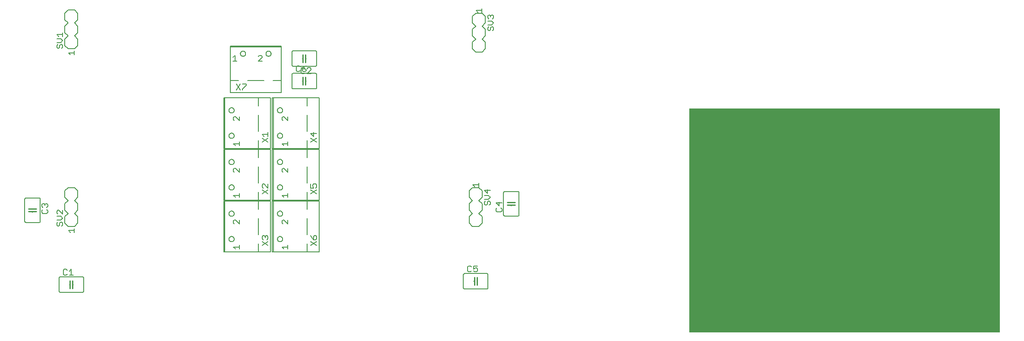
<source format=gto>
G75*
%MOIN*%
%OFA0B0*%
%FSLAX25Y25*%
%IPPOS*%
%LPD*%
%AMOC8*
5,1,8,0,0,1.08239X$1,22.5*
%
%ADD10R,2.40000X1.73800*%
%ADD11C,0.00600*%
%ADD12C,0.01000*%
%ADD13C,0.00500*%
D10*
X0638500Y0087900D03*
D11*
X0049500Y0032500D02*
X0032500Y0032500D01*
X0032440Y0032502D01*
X0032379Y0032507D01*
X0032320Y0032516D01*
X0032261Y0032529D01*
X0032202Y0032545D01*
X0032145Y0032565D01*
X0032090Y0032588D01*
X0032035Y0032615D01*
X0031983Y0032644D01*
X0031932Y0032677D01*
X0031883Y0032713D01*
X0031837Y0032751D01*
X0031793Y0032793D01*
X0031751Y0032837D01*
X0031713Y0032883D01*
X0031677Y0032932D01*
X0031644Y0032983D01*
X0031615Y0033035D01*
X0031588Y0033090D01*
X0031565Y0033145D01*
X0031545Y0033202D01*
X0031529Y0033261D01*
X0031516Y0033320D01*
X0031507Y0033379D01*
X0031502Y0033440D01*
X0031500Y0033500D01*
X0031500Y0043500D01*
X0031502Y0043560D01*
X0031507Y0043621D01*
X0031516Y0043680D01*
X0031529Y0043739D01*
X0031545Y0043798D01*
X0031565Y0043855D01*
X0031588Y0043910D01*
X0031615Y0043965D01*
X0031644Y0044017D01*
X0031677Y0044068D01*
X0031713Y0044117D01*
X0031751Y0044163D01*
X0031793Y0044207D01*
X0031837Y0044249D01*
X0031883Y0044287D01*
X0031932Y0044323D01*
X0031983Y0044356D01*
X0032035Y0044385D01*
X0032090Y0044412D01*
X0032145Y0044435D01*
X0032202Y0044455D01*
X0032261Y0044471D01*
X0032320Y0044484D01*
X0032379Y0044493D01*
X0032440Y0044498D01*
X0032500Y0044500D01*
X0049500Y0044500D01*
X0049560Y0044498D01*
X0049621Y0044493D01*
X0049680Y0044484D01*
X0049739Y0044471D01*
X0049798Y0044455D01*
X0049855Y0044435D01*
X0049910Y0044412D01*
X0049965Y0044385D01*
X0050017Y0044356D01*
X0050068Y0044323D01*
X0050117Y0044287D01*
X0050163Y0044249D01*
X0050207Y0044207D01*
X0050249Y0044163D01*
X0050287Y0044117D01*
X0050323Y0044068D01*
X0050356Y0044017D01*
X0050385Y0043965D01*
X0050412Y0043910D01*
X0050435Y0043855D01*
X0050455Y0043798D01*
X0050471Y0043739D01*
X0050484Y0043680D01*
X0050493Y0043621D01*
X0050498Y0043560D01*
X0050500Y0043500D01*
X0050500Y0033500D01*
X0050498Y0033440D01*
X0050493Y0033379D01*
X0050484Y0033320D01*
X0050471Y0033261D01*
X0050455Y0033202D01*
X0050435Y0033145D01*
X0050412Y0033090D01*
X0050385Y0033035D01*
X0050356Y0032983D01*
X0050323Y0032932D01*
X0050287Y0032883D01*
X0050249Y0032837D01*
X0050207Y0032793D01*
X0050163Y0032751D01*
X0050117Y0032713D01*
X0050068Y0032677D01*
X0050017Y0032644D01*
X0049965Y0032615D01*
X0049910Y0032588D01*
X0049855Y0032565D01*
X0049798Y0032545D01*
X0049739Y0032529D01*
X0049680Y0032516D01*
X0049621Y0032507D01*
X0049560Y0032502D01*
X0049500Y0032500D01*
X0042500Y0038500D02*
X0042000Y0038500D01*
X0040000Y0038500D02*
X0039500Y0038500D01*
X0038500Y0083500D02*
X0036000Y0086000D01*
X0036000Y0091000D01*
X0038500Y0093500D01*
X0036000Y0096000D01*
X0036000Y0101000D01*
X0038500Y0103500D01*
X0036000Y0106000D01*
X0036000Y0111000D01*
X0038500Y0113500D01*
X0043500Y0113500D01*
X0046000Y0111000D01*
X0046000Y0106000D01*
X0043500Y0103500D01*
X0046000Y0101000D01*
X0046000Y0096000D01*
X0043500Y0093500D01*
X0046000Y0091000D01*
X0046000Y0086000D01*
X0043500Y0083500D01*
X0038500Y0083500D01*
X0017000Y0087500D02*
X0017000Y0104500D01*
X0016998Y0104560D01*
X0016993Y0104621D01*
X0016984Y0104680D01*
X0016971Y0104739D01*
X0016955Y0104798D01*
X0016935Y0104855D01*
X0016912Y0104910D01*
X0016885Y0104965D01*
X0016856Y0105017D01*
X0016823Y0105068D01*
X0016787Y0105117D01*
X0016749Y0105163D01*
X0016707Y0105207D01*
X0016663Y0105249D01*
X0016617Y0105287D01*
X0016568Y0105323D01*
X0016517Y0105356D01*
X0016465Y0105385D01*
X0016410Y0105412D01*
X0016355Y0105435D01*
X0016298Y0105455D01*
X0016239Y0105471D01*
X0016180Y0105484D01*
X0016121Y0105493D01*
X0016060Y0105498D01*
X0016000Y0105500D01*
X0006000Y0105500D01*
X0005940Y0105498D01*
X0005879Y0105493D01*
X0005820Y0105484D01*
X0005761Y0105471D01*
X0005702Y0105455D01*
X0005645Y0105435D01*
X0005590Y0105412D01*
X0005535Y0105385D01*
X0005483Y0105356D01*
X0005432Y0105323D01*
X0005383Y0105287D01*
X0005337Y0105249D01*
X0005293Y0105207D01*
X0005251Y0105163D01*
X0005213Y0105117D01*
X0005177Y0105068D01*
X0005144Y0105017D01*
X0005115Y0104965D01*
X0005088Y0104910D01*
X0005065Y0104855D01*
X0005045Y0104798D01*
X0005029Y0104739D01*
X0005016Y0104680D01*
X0005007Y0104621D01*
X0005002Y0104560D01*
X0005000Y0104500D01*
X0005000Y0087500D01*
X0005002Y0087440D01*
X0005007Y0087379D01*
X0005016Y0087320D01*
X0005029Y0087261D01*
X0005045Y0087202D01*
X0005065Y0087145D01*
X0005088Y0087090D01*
X0005115Y0087035D01*
X0005144Y0086983D01*
X0005177Y0086932D01*
X0005213Y0086883D01*
X0005251Y0086837D01*
X0005293Y0086793D01*
X0005337Y0086751D01*
X0005383Y0086713D01*
X0005432Y0086677D01*
X0005483Y0086644D01*
X0005535Y0086615D01*
X0005590Y0086588D01*
X0005645Y0086565D01*
X0005702Y0086545D01*
X0005761Y0086529D01*
X0005820Y0086516D01*
X0005879Y0086507D01*
X0005940Y0086502D01*
X0006000Y0086500D01*
X0016000Y0086500D01*
X0016060Y0086502D01*
X0016121Y0086507D01*
X0016180Y0086516D01*
X0016239Y0086529D01*
X0016298Y0086545D01*
X0016355Y0086565D01*
X0016410Y0086588D01*
X0016465Y0086615D01*
X0016517Y0086644D01*
X0016568Y0086677D01*
X0016617Y0086713D01*
X0016663Y0086751D01*
X0016707Y0086793D01*
X0016749Y0086837D01*
X0016787Y0086883D01*
X0016823Y0086932D01*
X0016856Y0086983D01*
X0016885Y0087035D01*
X0016912Y0087090D01*
X0016935Y0087145D01*
X0016955Y0087202D01*
X0016971Y0087261D01*
X0016984Y0087320D01*
X0016993Y0087379D01*
X0016998Y0087440D01*
X0017000Y0087500D01*
X0011000Y0094500D02*
X0011000Y0095000D01*
X0011000Y0097000D02*
X0011000Y0097500D01*
X0158799Y0103157D02*
X0158799Y0063858D01*
X0159598Y0063858D01*
X0159598Y0103157D01*
X0185598Y0103157D01*
X0195000Y0103157D01*
X0195000Y0063858D01*
X0185598Y0063858D01*
X0159598Y0063858D01*
X0162800Y0073657D02*
X0162802Y0073746D01*
X0162808Y0073835D01*
X0162818Y0073924D01*
X0162832Y0074012D01*
X0162849Y0074099D01*
X0162871Y0074185D01*
X0162897Y0074271D01*
X0162926Y0074355D01*
X0162959Y0074438D01*
X0162995Y0074519D01*
X0163036Y0074599D01*
X0163079Y0074676D01*
X0163126Y0074752D01*
X0163177Y0074825D01*
X0163230Y0074896D01*
X0163287Y0074965D01*
X0163347Y0075031D01*
X0163410Y0075095D01*
X0163475Y0075155D01*
X0163543Y0075213D01*
X0163614Y0075267D01*
X0163687Y0075318D01*
X0163762Y0075366D01*
X0163839Y0075411D01*
X0163918Y0075452D01*
X0163999Y0075489D01*
X0164081Y0075523D01*
X0164165Y0075554D01*
X0164250Y0075580D01*
X0164336Y0075603D01*
X0164423Y0075621D01*
X0164511Y0075636D01*
X0164600Y0075647D01*
X0164689Y0075654D01*
X0164778Y0075657D01*
X0164867Y0075656D01*
X0164956Y0075651D01*
X0165044Y0075642D01*
X0165133Y0075629D01*
X0165220Y0075612D01*
X0165307Y0075592D01*
X0165393Y0075567D01*
X0165477Y0075539D01*
X0165560Y0075507D01*
X0165642Y0075471D01*
X0165722Y0075432D01*
X0165800Y0075389D01*
X0165876Y0075343D01*
X0165950Y0075293D01*
X0166022Y0075240D01*
X0166091Y0075184D01*
X0166158Y0075125D01*
X0166222Y0075063D01*
X0166283Y0074999D01*
X0166342Y0074931D01*
X0166397Y0074861D01*
X0166449Y0074789D01*
X0166498Y0074714D01*
X0166543Y0074638D01*
X0166585Y0074559D01*
X0166623Y0074479D01*
X0166658Y0074397D01*
X0166689Y0074313D01*
X0166717Y0074228D01*
X0166740Y0074142D01*
X0166760Y0074055D01*
X0166776Y0073968D01*
X0166788Y0073879D01*
X0166796Y0073791D01*
X0166800Y0073702D01*
X0166800Y0073612D01*
X0166796Y0073523D01*
X0166788Y0073435D01*
X0166776Y0073346D01*
X0166760Y0073259D01*
X0166740Y0073172D01*
X0166717Y0073086D01*
X0166689Y0073001D01*
X0166658Y0072917D01*
X0166623Y0072835D01*
X0166585Y0072755D01*
X0166543Y0072676D01*
X0166498Y0072600D01*
X0166449Y0072525D01*
X0166397Y0072453D01*
X0166342Y0072383D01*
X0166283Y0072315D01*
X0166222Y0072251D01*
X0166158Y0072189D01*
X0166091Y0072130D01*
X0166022Y0072074D01*
X0165950Y0072021D01*
X0165876Y0071971D01*
X0165800Y0071925D01*
X0165722Y0071882D01*
X0165642Y0071843D01*
X0165560Y0071807D01*
X0165477Y0071775D01*
X0165393Y0071747D01*
X0165307Y0071722D01*
X0165220Y0071702D01*
X0165133Y0071685D01*
X0165044Y0071672D01*
X0164956Y0071663D01*
X0164867Y0071658D01*
X0164778Y0071657D01*
X0164689Y0071660D01*
X0164600Y0071667D01*
X0164511Y0071678D01*
X0164423Y0071693D01*
X0164336Y0071711D01*
X0164250Y0071734D01*
X0164165Y0071760D01*
X0164081Y0071791D01*
X0163999Y0071825D01*
X0163918Y0071862D01*
X0163839Y0071903D01*
X0163762Y0071948D01*
X0163687Y0071996D01*
X0163614Y0072047D01*
X0163543Y0072101D01*
X0163475Y0072159D01*
X0163410Y0072219D01*
X0163347Y0072283D01*
X0163287Y0072349D01*
X0163230Y0072418D01*
X0163177Y0072489D01*
X0163126Y0072562D01*
X0163079Y0072638D01*
X0163036Y0072715D01*
X0162995Y0072795D01*
X0162959Y0072876D01*
X0162926Y0072959D01*
X0162897Y0073043D01*
X0162871Y0073129D01*
X0162849Y0073215D01*
X0162832Y0073302D01*
X0162818Y0073390D01*
X0162808Y0073479D01*
X0162802Y0073568D01*
X0162800Y0073657D01*
X0185598Y0070157D02*
X0185598Y0063858D01*
X0196299Y0063858D02*
X0197098Y0063858D01*
X0197098Y0103157D01*
X0223098Y0103157D01*
X0232500Y0103157D01*
X0232500Y0063858D01*
X0223098Y0063858D01*
X0197098Y0063858D01*
X0196299Y0063858D02*
X0196299Y0103157D01*
X0197098Y0103157D01*
X0197098Y0103858D02*
X0196299Y0103858D01*
X0196299Y0143157D01*
X0197098Y0143157D01*
X0223098Y0143157D01*
X0232500Y0143157D01*
X0232500Y0103858D01*
X0223098Y0103858D01*
X0197098Y0103858D01*
X0197098Y0143157D01*
X0197098Y0143858D02*
X0196299Y0143858D01*
X0196299Y0183157D01*
X0197098Y0183157D01*
X0223098Y0183157D01*
X0232500Y0183157D01*
X0232500Y0143858D01*
X0223098Y0143858D01*
X0197098Y0143858D01*
X0197098Y0183157D01*
X0195000Y0183157D02*
X0185598Y0183157D01*
X0159598Y0183157D01*
X0159598Y0143858D01*
X0158799Y0143858D01*
X0158799Y0183157D01*
X0159598Y0183157D01*
X0163858Y0187000D02*
X0163858Y0196402D01*
X0163858Y0222402D01*
X0163858Y0223201D01*
X0203157Y0223201D01*
X0203157Y0222402D01*
X0203157Y0196402D01*
X0203157Y0187000D01*
X0163858Y0187000D01*
X0163858Y0196402D02*
X0170157Y0196402D01*
X0177157Y0196402D02*
X0189858Y0196402D01*
X0196858Y0196402D02*
X0203157Y0196402D01*
X0211500Y0201000D02*
X0211500Y0191000D01*
X0211502Y0190940D01*
X0211507Y0190879D01*
X0211516Y0190820D01*
X0211529Y0190761D01*
X0211545Y0190702D01*
X0211565Y0190645D01*
X0211588Y0190590D01*
X0211615Y0190535D01*
X0211644Y0190483D01*
X0211677Y0190432D01*
X0211713Y0190383D01*
X0211751Y0190337D01*
X0211793Y0190293D01*
X0211837Y0190251D01*
X0211883Y0190213D01*
X0211932Y0190177D01*
X0211983Y0190144D01*
X0212035Y0190115D01*
X0212090Y0190088D01*
X0212145Y0190065D01*
X0212202Y0190045D01*
X0212261Y0190029D01*
X0212320Y0190016D01*
X0212379Y0190007D01*
X0212440Y0190002D01*
X0212500Y0190000D01*
X0229500Y0190000D01*
X0229560Y0190002D01*
X0229621Y0190007D01*
X0229680Y0190016D01*
X0229739Y0190029D01*
X0229798Y0190045D01*
X0229855Y0190065D01*
X0229910Y0190088D01*
X0229965Y0190115D01*
X0230017Y0190144D01*
X0230068Y0190177D01*
X0230117Y0190213D01*
X0230163Y0190251D01*
X0230207Y0190293D01*
X0230249Y0190337D01*
X0230287Y0190383D01*
X0230323Y0190432D01*
X0230356Y0190483D01*
X0230385Y0190535D01*
X0230412Y0190590D01*
X0230435Y0190645D01*
X0230455Y0190702D01*
X0230471Y0190761D01*
X0230484Y0190820D01*
X0230493Y0190879D01*
X0230498Y0190940D01*
X0230500Y0191000D01*
X0230500Y0201000D01*
X0230498Y0201060D01*
X0230493Y0201121D01*
X0230484Y0201180D01*
X0230471Y0201239D01*
X0230455Y0201298D01*
X0230435Y0201355D01*
X0230412Y0201410D01*
X0230385Y0201465D01*
X0230356Y0201517D01*
X0230323Y0201568D01*
X0230287Y0201617D01*
X0230249Y0201663D01*
X0230207Y0201707D01*
X0230163Y0201749D01*
X0230117Y0201787D01*
X0230068Y0201823D01*
X0230017Y0201856D01*
X0229965Y0201885D01*
X0229910Y0201912D01*
X0229855Y0201935D01*
X0229798Y0201955D01*
X0229739Y0201971D01*
X0229680Y0201984D01*
X0229621Y0201993D01*
X0229560Y0201998D01*
X0229500Y0202000D01*
X0212500Y0202000D01*
X0212440Y0201998D01*
X0212379Y0201993D01*
X0212320Y0201984D01*
X0212261Y0201971D01*
X0212202Y0201955D01*
X0212145Y0201935D01*
X0212090Y0201912D01*
X0212035Y0201885D01*
X0211983Y0201856D01*
X0211932Y0201823D01*
X0211883Y0201787D01*
X0211837Y0201749D01*
X0211793Y0201707D01*
X0211751Y0201663D01*
X0211713Y0201617D01*
X0211677Y0201568D01*
X0211644Y0201517D01*
X0211615Y0201465D01*
X0211588Y0201410D01*
X0211565Y0201355D01*
X0211545Y0201298D01*
X0211529Y0201239D01*
X0211516Y0201180D01*
X0211507Y0201121D01*
X0211502Y0201060D01*
X0211500Y0201000D01*
X0219500Y0196000D02*
X0220000Y0196000D01*
X0222000Y0196000D02*
X0222500Y0196000D01*
X0229500Y0207500D02*
X0212500Y0207500D01*
X0212440Y0207502D01*
X0212379Y0207507D01*
X0212320Y0207516D01*
X0212261Y0207529D01*
X0212202Y0207545D01*
X0212145Y0207565D01*
X0212090Y0207588D01*
X0212035Y0207615D01*
X0211983Y0207644D01*
X0211932Y0207677D01*
X0211883Y0207713D01*
X0211837Y0207751D01*
X0211793Y0207793D01*
X0211751Y0207837D01*
X0211713Y0207883D01*
X0211677Y0207932D01*
X0211644Y0207983D01*
X0211615Y0208035D01*
X0211588Y0208090D01*
X0211565Y0208145D01*
X0211545Y0208202D01*
X0211529Y0208261D01*
X0211516Y0208320D01*
X0211507Y0208379D01*
X0211502Y0208440D01*
X0211500Y0208500D01*
X0211500Y0218500D01*
X0211502Y0218560D01*
X0211507Y0218621D01*
X0211516Y0218680D01*
X0211529Y0218739D01*
X0211545Y0218798D01*
X0211565Y0218855D01*
X0211588Y0218910D01*
X0211615Y0218965D01*
X0211644Y0219017D01*
X0211677Y0219068D01*
X0211713Y0219117D01*
X0211751Y0219163D01*
X0211793Y0219207D01*
X0211837Y0219249D01*
X0211883Y0219287D01*
X0211932Y0219323D01*
X0211983Y0219356D01*
X0212035Y0219385D01*
X0212090Y0219412D01*
X0212145Y0219435D01*
X0212202Y0219455D01*
X0212261Y0219471D01*
X0212320Y0219484D01*
X0212379Y0219493D01*
X0212440Y0219498D01*
X0212500Y0219500D01*
X0229500Y0219500D01*
X0229560Y0219498D01*
X0229621Y0219493D01*
X0229680Y0219484D01*
X0229739Y0219471D01*
X0229798Y0219455D01*
X0229855Y0219435D01*
X0229910Y0219412D01*
X0229965Y0219385D01*
X0230017Y0219356D01*
X0230068Y0219323D01*
X0230117Y0219287D01*
X0230163Y0219249D01*
X0230207Y0219207D01*
X0230249Y0219163D01*
X0230287Y0219117D01*
X0230323Y0219068D01*
X0230356Y0219017D01*
X0230385Y0218965D01*
X0230412Y0218910D01*
X0230435Y0218855D01*
X0230455Y0218798D01*
X0230471Y0218739D01*
X0230484Y0218680D01*
X0230493Y0218621D01*
X0230498Y0218560D01*
X0230500Y0218500D01*
X0230500Y0208500D01*
X0230498Y0208440D01*
X0230493Y0208379D01*
X0230484Y0208320D01*
X0230471Y0208261D01*
X0230455Y0208202D01*
X0230435Y0208145D01*
X0230412Y0208090D01*
X0230385Y0208035D01*
X0230356Y0207983D01*
X0230323Y0207932D01*
X0230287Y0207883D01*
X0230249Y0207837D01*
X0230207Y0207793D01*
X0230163Y0207751D01*
X0230117Y0207713D01*
X0230068Y0207677D01*
X0230017Y0207644D01*
X0229965Y0207615D01*
X0229910Y0207588D01*
X0229855Y0207565D01*
X0229798Y0207545D01*
X0229739Y0207529D01*
X0229680Y0207516D01*
X0229621Y0207507D01*
X0229560Y0207502D01*
X0229500Y0207500D01*
X0222500Y0213500D02*
X0222000Y0213500D01*
X0220000Y0213500D02*
X0219500Y0213500D01*
X0203157Y0222402D02*
X0163858Y0222402D01*
X0171657Y0217200D02*
X0171659Y0217289D01*
X0171665Y0217378D01*
X0171675Y0217467D01*
X0171689Y0217555D01*
X0171706Y0217642D01*
X0171728Y0217728D01*
X0171754Y0217814D01*
X0171783Y0217898D01*
X0171816Y0217981D01*
X0171852Y0218062D01*
X0171893Y0218142D01*
X0171936Y0218219D01*
X0171983Y0218295D01*
X0172034Y0218368D01*
X0172087Y0218439D01*
X0172144Y0218508D01*
X0172204Y0218574D01*
X0172267Y0218638D01*
X0172332Y0218698D01*
X0172400Y0218756D01*
X0172471Y0218810D01*
X0172544Y0218861D01*
X0172619Y0218909D01*
X0172696Y0218954D01*
X0172775Y0218995D01*
X0172856Y0219032D01*
X0172938Y0219066D01*
X0173022Y0219097D01*
X0173107Y0219123D01*
X0173193Y0219146D01*
X0173280Y0219164D01*
X0173368Y0219179D01*
X0173457Y0219190D01*
X0173546Y0219197D01*
X0173635Y0219200D01*
X0173724Y0219199D01*
X0173813Y0219194D01*
X0173901Y0219185D01*
X0173990Y0219172D01*
X0174077Y0219155D01*
X0174164Y0219135D01*
X0174250Y0219110D01*
X0174334Y0219082D01*
X0174417Y0219050D01*
X0174499Y0219014D01*
X0174579Y0218975D01*
X0174657Y0218932D01*
X0174733Y0218886D01*
X0174807Y0218836D01*
X0174879Y0218783D01*
X0174948Y0218727D01*
X0175015Y0218668D01*
X0175079Y0218606D01*
X0175140Y0218542D01*
X0175199Y0218474D01*
X0175254Y0218404D01*
X0175306Y0218332D01*
X0175355Y0218257D01*
X0175400Y0218181D01*
X0175442Y0218102D01*
X0175480Y0218022D01*
X0175515Y0217940D01*
X0175546Y0217856D01*
X0175574Y0217771D01*
X0175597Y0217685D01*
X0175617Y0217598D01*
X0175633Y0217511D01*
X0175645Y0217422D01*
X0175653Y0217334D01*
X0175657Y0217245D01*
X0175657Y0217155D01*
X0175653Y0217066D01*
X0175645Y0216978D01*
X0175633Y0216889D01*
X0175617Y0216802D01*
X0175597Y0216715D01*
X0175574Y0216629D01*
X0175546Y0216544D01*
X0175515Y0216460D01*
X0175480Y0216378D01*
X0175442Y0216298D01*
X0175400Y0216219D01*
X0175355Y0216143D01*
X0175306Y0216068D01*
X0175254Y0215996D01*
X0175199Y0215926D01*
X0175140Y0215858D01*
X0175079Y0215794D01*
X0175015Y0215732D01*
X0174948Y0215673D01*
X0174879Y0215617D01*
X0174807Y0215564D01*
X0174733Y0215514D01*
X0174657Y0215468D01*
X0174579Y0215425D01*
X0174499Y0215386D01*
X0174417Y0215350D01*
X0174334Y0215318D01*
X0174250Y0215290D01*
X0174164Y0215265D01*
X0174077Y0215245D01*
X0173990Y0215228D01*
X0173901Y0215215D01*
X0173813Y0215206D01*
X0173724Y0215201D01*
X0173635Y0215200D01*
X0173546Y0215203D01*
X0173457Y0215210D01*
X0173368Y0215221D01*
X0173280Y0215236D01*
X0173193Y0215254D01*
X0173107Y0215277D01*
X0173022Y0215303D01*
X0172938Y0215334D01*
X0172856Y0215368D01*
X0172775Y0215405D01*
X0172696Y0215446D01*
X0172619Y0215491D01*
X0172544Y0215539D01*
X0172471Y0215590D01*
X0172400Y0215644D01*
X0172332Y0215702D01*
X0172267Y0215762D01*
X0172204Y0215826D01*
X0172144Y0215892D01*
X0172087Y0215961D01*
X0172034Y0216032D01*
X0171983Y0216105D01*
X0171936Y0216181D01*
X0171893Y0216258D01*
X0171852Y0216338D01*
X0171816Y0216419D01*
X0171783Y0216502D01*
X0171754Y0216586D01*
X0171728Y0216672D01*
X0171706Y0216758D01*
X0171689Y0216845D01*
X0171675Y0216933D01*
X0171665Y0217022D01*
X0171659Y0217111D01*
X0171657Y0217200D01*
X0191357Y0217200D02*
X0191359Y0217289D01*
X0191365Y0217378D01*
X0191375Y0217467D01*
X0191389Y0217555D01*
X0191406Y0217642D01*
X0191428Y0217728D01*
X0191454Y0217814D01*
X0191483Y0217898D01*
X0191516Y0217981D01*
X0191552Y0218062D01*
X0191593Y0218142D01*
X0191636Y0218219D01*
X0191683Y0218295D01*
X0191734Y0218368D01*
X0191787Y0218439D01*
X0191844Y0218508D01*
X0191904Y0218574D01*
X0191967Y0218638D01*
X0192032Y0218698D01*
X0192100Y0218756D01*
X0192171Y0218810D01*
X0192244Y0218861D01*
X0192319Y0218909D01*
X0192396Y0218954D01*
X0192475Y0218995D01*
X0192556Y0219032D01*
X0192638Y0219066D01*
X0192722Y0219097D01*
X0192807Y0219123D01*
X0192893Y0219146D01*
X0192980Y0219164D01*
X0193068Y0219179D01*
X0193157Y0219190D01*
X0193246Y0219197D01*
X0193335Y0219200D01*
X0193424Y0219199D01*
X0193513Y0219194D01*
X0193601Y0219185D01*
X0193690Y0219172D01*
X0193777Y0219155D01*
X0193864Y0219135D01*
X0193950Y0219110D01*
X0194034Y0219082D01*
X0194117Y0219050D01*
X0194199Y0219014D01*
X0194279Y0218975D01*
X0194357Y0218932D01*
X0194433Y0218886D01*
X0194507Y0218836D01*
X0194579Y0218783D01*
X0194648Y0218727D01*
X0194715Y0218668D01*
X0194779Y0218606D01*
X0194840Y0218542D01*
X0194899Y0218474D01*
X0194954Y0218404D01*
X0195006Y0218332D01*
X0195055Y0218257D01*
X0195100Y0218181D01*
X0195142Y0218102D01*
X0195180Y0218022D01*
X0195215Y0217940D01*
X0195246Y0217856D01*
X0195274Y0217771D01*
X0195297Y0217685D01*
X0195317Y0217598D01*
X0195333Y0217511D01*
X0195345Y0217422D01*
X0195353Y0217334D01*
X0195357Y0217245D01*
X0195357Y0217155D01*
X0195353Y0217066D01*
X0195345Y0216978D01*
X0195333Y0216889D01*
X0195317Y0216802D01*
X0195297Y0216715D01*
X0195274Y0216629D01*
X0195246Y0216544D01*
X0195215Y0216460D01*
X0195180Y0216378D01*
X0195142Y0216298D01*
X0195100Y0216219D01*
X0195055Y0216143D01*
X0195006Y0216068D01*
X0194954Y0215996D01*
X0194899Y0215926D01*
X0194840Y0215858D01*
X0194779Y0215794D01*
X0194715Y0215732D01*
X0194648Y0215673D01*
X0194579Y0215617D01*
X0194507Y0215564D01*
X0194433Y0215514D01*
X0194357Y0215468D01*
X0194279Y0215425D01*
X0194199Y0215386D01*
X0194117Y0215350D01*
X0194034Y0215318D01*
X0193950Y0215290D01*
X0193864Y0215265D01*
X0193777Y0215245D01*
X0193690Y0215228D01*
X0193601Y0215215D01*
X0193513Y0215206D01*
X0193424Y0215201D01*
X0193335Y0215200D01*
X0193246Y0215203D01*
X0193157Y0215210D01*
X0193068Y0215221D01*
X0192980Y0215236D01*
X0192893Y0215254D01*
X0192807Y0215277D01*
X0192722Y0215303D01*
X0192638Y0215334D01*
X0192556Y0215368D01*
X0192475Y0215405D01*
X0192396Y0215446D01*
X0192319Y0215491D01*
X0192244Y0215539D01*
X0192171Y0215590D01*
X0192100Y0215644D01*
X0192032Y0215702D01*
X0191967Y0215762D01*
X0191904Y0215826D01*
X0191844Y0215892D01*
X0191787Y0215961D01*
X0191734Y0216032D01*
X0191683Y0216105D01*
X0191636Y0216181D01*
X0191593Y0216258D01*
X0191552Y0216338D01*
X0191516Y0216419D01*
X0191483Y0216502D01*
X0191454Y0216586D01*
X0191428Y0216672D01*
X0191406Y0216758D01*
X0191389Y0216845D01*
X0191375Y0216933D01*
X0191365Y0217022D01*
X0191359Y0217111D01*
X0191357Y0217200D01*
X0195000Y0183157D02*
X0195000Y0143858D01*
X0185598Y0143858D01*
X0159598Y0143858D01*
X0159598Y0143157D02*
X0158799Y0143157D01*
X0158799Y0103858D01*
X0159598Y0103858D01*
X0159598Y0143157D01*
X0185598Y0143157D01*
X0195000Y0143157D01*
X0195000Y0103858D01*
X0185598Y0103858D01*
X0159598Y0103858D01*
X0159598Y0103157D02*
X0158799Y0103157D01*
X0162800Y0093357D02*
X0162802Y0093446D01*
X0162808Y0093535D01*
X0162818Y0093624D01*
X0162832Y0093712D01*
X0162849Y0093799D01*
X0162871Y0093885D01*
X0162897Y0093971D01*
X0162926Y0094055D01*
X0162959Y0094138D01*
X0162995Y0094219D01*
X0163036Y0094299D01*
X0163079Y0094376D01*
X0163126Y0094452D01*
X0163177Y0094525D01*
X0163230Y0094596D01*
X0163287Y0094665D01*
X0163347Y0094731D01*
X0163410Y0094795D01*
X0163475Y0094855D01*
X0163543Y0094913D01*
X0163614Y0094967D01*
X0163687Y0095018D01*
X0163762Y0095066D01*
X0163839Y0095111D01*
X0163918Y0095152D01*
X0163999Y0095189D01*
X0164081Y0095223D01*
X0164165Y0095254D01*
X0164250Y0095280D01*
X0164336Y0095303D01*
X0164423Y0095321D01*
X0164511Y0095336D01*
X0164600Y0095347D01*
X0164689Y0095354D01*
X0164778Y0095357D01*
X0164867Y0095356D01*
X0164956Y0095351D01*
X0165044Y0095342D01*
X0165133Y0095329D01*
X0165220Y0095312D01*
X0165307Y0095292D01*
X0165393Y0095267D01*
X0165477Y0095239D01*
X0165560Y0095207D01*
X0165642Y0095171D01*
X0165722Y0095132D01*
X0165800Y0095089D01*
X0165876Y0095043D01*
X0165950Y0094993D01*
X0166022Y0094940D01*
X0166091Y0094884D01*
X0166158Y0094825D01*
X0166222Y0094763D01*
X0166283Y0094699D01*
X0166342Y0094631D01*
X0166397Y0094561D01*
X0166449Y0094489D01*
X0166498Y0094414D01*
X0166543Y0094338D01*
X0166585Y0094259D01*
X0166623Y0094179D01*
X0166658Y0094097D01*
X0166689Y0094013D01*
X0166717Y0093928D01*
X0166740Y0093842D01*
X0166760Y0093755D01*
X0166776Y0093668D01*
X0166788Y0093579D01*
X0166796Y0093491D01*
X0166800Y0093402D01*
X0166800Y0093312D01*
X0166796Y0093223D01*
X0166788Y0093135D01*
X0166776Y0093046D01*
X0166760Y0092959D01*
X0166740Y0092872D01*
X0166717Y0092786D01*
X0166689Y0092701D01*
X0166658Y0092617D01*
X0166623Y0092535D01*
X0166585Y0092455D01*
X0166543Y0092376D01*
X0166498Y0092300D01*
X0166449Y0092225D01*
X0166397Y0092153D01*
X0166342Y0092083D01*
X0166283Y0092015D01*
X0166222Y0091951D01*
X0166158Y0091889D01*
X0166091Y0091830D01*
X0166022Y0091774D01*
X0165950Y0091721D01*
X0165876Y0091671D01*
X0165800Y0091625D01*
X0165722Y0091582D01*
X0165642Y0091543D01*
X0165560Y0091507D01*
X0165477Y0091475D01*
X0165393Y0091447D01*
X0165307Y0091422D01*
X0165220Y0091402D01*
X0165133Y0091385D01*
X0165044Y0091372D01*
X0164956Y0091363D01*
X0164867Y0091358D01*
X0164778Y0091357D01*
X0164689Y0091360D01*
X0164600Y0091367D01*
X0164511Y0091378D01*
X0164423Y0091393D01*
X0164336Y0091411D01*
X0164250Y0091434D01*
X0164165Y0091460D01*
X0164081Y0091491D01*
X0163999Y0091525D01*
X0163918Y0091562D01*
X0163839Y0091603D01*
X0163762Y0091648D01*
X0163687Y0091696D01*
X0163614Y0091747D01*
X0163543Y0091801D01*
X0163475Y0091859D01*
X0163410Y0091919D01*
X0163347Y0091983D01*
X0163287Y0092049D01*
X0163230Y0092118D01*
X0163177Y0092189D01*
X0163126Y0092262D01*
X0163079Y0092338D01*
X0163036Y0092415D01*
X0162995Y0092495D01*
X0162959Y0092576D01*
X0162926Y0092659D01*
X0162897Y0092743D01*
X0162871Y0092829D01*
X0162849Y0092915D01*
X0162832Y0093002D01*
X0162818Y0093090D01*
X0162808Y0093179D01*
X0162802Y0093268D01*
X0162800Y0093357D01*
X0185598Y0089858D02*
X0185598Y0077157D01*
X0200300Y0073657D02*
X0200302Y0073746D01*
X0200308Y0073835D01*
X0200318Y0073924D01*
X0200332Y0074012D01*
X0200349Y0074099D01*
X0200371Y0074185D01*
X0200397Y0074271D01*
X0200426Y0074355D01*
X0200459Y0074438D01*
X0200495Y0074519D01*
X0200536Y0074599D01*
X0200579Y0074676D01*
X0200626Y0074752D01*
X0200677Y0074825D01*
X0200730Y0074896D01*
X0200787Y0074965D01*
X0200847Y0075031D01*
X0200910Y0075095D01*
X0200975Y0075155D01*
X0201043Y0075213D01*
X0201114Y0075267D01*
X0201187Y0075318D01*
X0201262Y0075366D01*
X0201339Y0075411D01*
X0201418Y0075452D01*
X0201499Y0075489D01*
X0201581Y0075523D01*
X0201665Y0075554D01*
X0201750Y0075580D01*
X0201836Y0075603D01*
X0201923Y0075621D01*
X0202011Y0075636D01*
X0202100Y0075647D01*
X0202189Y0075654D01*
X0202278Y0075657D01*
X0202367Y0075656D01*
X0202456Y0075651D01*
X0202544Y0075642D01*
X0202633Y0075629D01*
X0202720Y0075612D01*
X0202807Y0075592D01*
X0202893Y0075567D01*
X0202977Y0075539D01*
X0203060Y0075507D01*
X0203142Y0075471D01*
X0203222Y0075432D01*
X0203300Y0075389D01*
X0203376Y0075343D01*
X0203450Y0075293D01*
X0203522Y0075240D01*
X0203591Y0075184D01*
X0203658Y0075125D01*
X0203722Y0075063D01*
X0203783Y0074999D01*
X0203842Y0074931D01*
X0203897Y0074861D01*
X0203949Y0074789D01*
X0203998Y0074714D01*
X0204043Y0074638D01*
X0204085Y0074559D01*
X0204123Y0074479D01*
X0204158Y0074397D01*
X0204189Y0074313D01*
X0204217Y0074228D01*
X0204240Y0074142D01*
X0204260Y0074055D01*
X0204276Y0073968D01*
X0204288Y0073879D01*
X0204296Y0073791D01*
X0204300Y0073702D01*
X0204300Y0073612D01*
X0204296Y0073523D01*
X0204288Y0073435D01*
X0204276Y0073346D01*
X0204260Y0073259D01*
X0204240Y0073172D01*
X0204217Y0073086D01*
X0204189Y0073001D01*
X0204158Y0072917D01*
X0204123Y0072835D01*
X0204085Y0072755D01*
X0204043Y0072676D01*
X0203998Y0072600D01*
X0203949Y0072525D01*
X0203897Y0072453D01*
X0203842Y0072383D01*
X0203783Y0072315D01*
X0203722Y0072251D01*
X0203658Y0072189D01*
X0203591Y0072130D01*
X0203522Y0072074D01*
X0203450Y0072021D01*
X0203376Y0071971D01*
X0203300Y0071925D01*
X0203222Y0071882D01*
X0203142Y0071843D01*
X0203060Y0071807D01*
X0202977Y0071775D01*
X0202893Y0071747D01*
X0202807Y0071722D01*
X0202720Y0071702D01*
X0202633Y0071685D01*
X0202544Y0071672D01*
X0202456Y0071663D01*
X0202367Y0071658D01*
X0202278Y0071657D01*
X0202189Y0071660D01*
X0202100Y0071667D01*
X0202011Y0071678D01*
X0201923Y0071693D01*
X0201836Y0071711D01*
X0201750Y0071734D01*
X0201665Y0071760D01*
X0201581Y0071791D01*
X0201499Y0071825D01*
X0201418Y0071862D01*
X0201339Y0071903D01*
X0201262Y0071948D01*
X0201187Y0071996D01*
X0201114Y0072047D01*
X0201043Y0072101D01*
X0200975Y0072159D01*
X0200910Y0072219D01*
X0200847Y0072283D01*
X0200787Y0072349D01*
X0200730Y0072418D01*
X0200677Y0072489D01*
X0200626Y0072562D01*
X0200579Y0072638D01*
X0200536Y0072715D01*
X0200495Y0072795D01*
X0200459Y0072876D01*
X0200426Y0072959D01*
X0200397Y0073043D01*
X0200371Y0073129D01*
X0200349Y0073215D01*
X0200332Y0073302D01*
X0200318Y0073390D01*
X0200308Y0073479D01*
X0200302Y0073568D01*
X0200300Y0073657D01*
X0223098Y0070157D02*
X0223098Y0063858D01*
X0223098Y0077157D02*
X0223098Y0089858D01*
X0223098Y0096858D02*
X0223098Y0103157D01*
X0223098Y0103858D02*
X0223098Y0110157D01*
X0223098Y0117157D02*
X0223098Y0129858D01*
X0223098Y0136858D02*
X0223098Y0143157D01*
X0223098Y0143858D02*
X0223098Y0150157D01*
X0223098Y0157157D02*
X0223098Y0169858D01*
X0223098Y0176858D02*
X0223098Y0183157D01*
X0200300Y0173357D02*
X0200302Y0173446D01*
X0200308Y0173535D01*
X0200318Y0173624D01*
X0200332Y0173712D01*
X0200349Y0173799D01*
X0200371Y0173885D01*
X0200397Y0173971D01*
X0200426Y0174055D01*
X0200459Y0174138D01*
X0200495Y0174219D01*
X0200536Y0174299D01*
X0200579Y0174376D01*
X0200626Y0174452D01*
X0200677Y0174525D01*
X0200730Y0174596D01*
X0200787Y0174665D01*
X0200847Y0174731D01*
X0200910Y0174795D01*
X0200975Y0174855D01*
X0201043Y0174913D01*
X0201114Y0174967D01*
X0201187Y0175018D01*
X0201262Y0175066D01*
X0201339Y0175111D01*
X0201418Y0175152D01*
X0201499Y0175189D01*
X0201581Y0175223D01*
X0201665Y0175254D01*
X0201750Y0175280D01*
X0201836Y0175303D01*
X0201923Y0175321D01*
X0202011Y0175336D01*
X0202100Y0175347D01*
X0202189Y0175354D01*
X0202278Y0175357D01*
X0202367Y0175356D01*
X0202456Y0175351D01*
X0202544Y0175342D01*
X0202633Y0175329D01*
X0202720Y0175312D01*
X0202807Y0175292D01*
X0202893Y0175267D01*
X0202977Y0175239D01*
X0203060Y0175207D01*
X0203142Y0175171D01*
X0203222Y0175132D01*
X0203300Y0175089D01*
X0203376Y0175043D01*
X0203450Y0174993D01*
X0203522Y0174940D01*
X0203591Y0174884D01*
X0203658Y0174825D01*
X0203722Y0174763D01*
X0203783Y0174699D01*
X0203842Y0174631D01*
X0203897Y0174561D01*
X0203949Y0174489D01*
X0203998Y0174414D01*
X0204043Y0174338D01*
X0204085Y0174259D01*
X0204123Y0174179D01*
X0204158Y0174097D01*
X0204189Y0174013D01*
X0204217Y0173928D01*
X0204240Y0173842D01*
X0204260Y0173755D01*
X0204276Y0173668D01*
X0204288Y0173579D01*
X0204296Y0173491D01*
X0204300Y0173402D01*
X0204300Y0173312D01*
X0204296Y0173223D01*
X0204288Y0173135D01*
X0204276Y0173046D01*
X0204260Y0172959D01*
X0204240Y0172872D01*
X0204217Y0172786D01*
X0204189Y0172701D01*
X0204158Y0172617D01*
X0204123Y0172535D01*
X0204085Y0172455D01*
X0204043Y0172376D01*
X0203998Y0172300D01*
X0203949Y0172225D01*
X0203897Y0172153D01*
X0203842Y0172083D01*
X0203783Y0172015D01*
X0203722Y0171951D01*
X0203658Y0171889D01*
X0203591Y0171830D01*
X0203522Y0171774D01*
X0203450Y0171721D01*
X0203376Y0171671D01*
X0203300Y0171625D01*
X0203222Y0171582D01*
X0203142Y0171543D01*
X0203060Y0171507D01*
X0202977Y0171475D01*
X0202893Y0171447D01*
X0202807Y0171422D01*
X0202720Y0171402D01*
X0202633Y0171385D01*
X0202544Y0171372D01*
X0202456Y0171363D01*
X0202367Y0171358D01*
X0202278Y0171357D01*
X0202189Y0171360D01*
X0202100Y0171367D01*
X0202011Y0171378D01*
X0201923Y0171393D01*
X0201836Y0171411D01*
X0201750Y0171434D01*
X0201665Y0171460D01*
X0201581Y0171491D01*
X0201499Y0171525D01*
X0201418Y0171562D01*
X0201339Y0171603D01*
X0201262Y0171648D01*
X0201187Y0171696D01*
X0201114Y0171747D01*
X0201043Y0171801D01*
X0200975Y0171859D01*
X0200910Y0171919D01*
X0200847Y0171983D01*
X0200787Y0172049D01*
X0200730Y0172118D01*
X0200677Y0172189D01*
X0200626Y0172262D01*
X0200579Y0172338D01*
X0200536Y0172415D01*
X0200495Y0172495D01*
X0200459Y0172576D01*
X0200426Y0172659D01*
X0200397Y0172743D01*
X0200371Y0172829D01*
X0200349Y0172915D01*
X0200332Y0173002D01*
X0200318Y0173090D01*
X0200308Y0173179D01*
X0200302Y0173268D01*
X0200300Y0173357D01*
X0185598Y0169858D02*
X0185598Y0157157D01*
X0185598Y0150157D02*
X0185598Y0143858D01*
X0185598Y0143157D02*
X0185598Y0136858D01*
X0185598Y0129858D02*
X0185598Y0117157D01*
X0185598Y0110157D02*
X0185598Y0103858D01*
X0185598Y0103157D02*
X0185598Y0096858D01*
X0200300Y0093357D02*
X0200302Y0093446D01*
X0200308Y0093535D01*
X0200318Y0093624D01*
X0200332Y0093712D01*
X0200349Y0093799D01*
X0200371Y0093885D01*
X0200397Y0093971D01*
X0200426Y0094055D01*
X0200459Y0094138D01*
X0200495Y0094219D01*
X0200536Y0094299D01*
X0200579Y0094376D01*
X0200626Y0094452D01*
X0200677Y0094525D01*
X0200730Y0094596D01*
X0200787Y0094665D01*
X0200847Y0094731D01*
X0200910Y0094795D01*
X0200975Y0094855D01*
X0201043Y0094913D01*
X0201114Y0094967D01*
X0201187Y0095018D01*
X0201262Y0095066D01*
X0201339Y0095111D01*
X0201418Y0095152D01*
X0201499Y0095189D01*
X0201581Y0095223D01*
X0201665Y0095254D01*
X0201750Y0095280D01*
X0201836Y0095303D01*
X0201923Y0095321D01*
X0202011Y0095336D01*
X0202100Y0095347D01*
X0202189Y0095354D01*
X0202278Y0095357D01*
X0202367Y0095356D01*
X0202456Y0095351D01*
X0202544Y0095342D01*
X0202633Y0095329D01*
X0202720Y0095312D01*
X0202807Y0095292D01*
X0202893Y0095267D01*
X0202977Y0095239D01*
X0203060Y0095207D01*
X0203142Y0095171D01*
X0203222Y0095132D01*
X0203300Y0095089D01*
X0203376Y0095043D01*
X0203450Y0094993D01*
X0203522Y0094940D01*
X0203591Y0094884D01*
X0203658Y0094825D01*
X0203722Y0094763D01*
X0203783Y0094699D01*
X0203842Y0094631D01*
X0203897Y0094561D01*
X0203949Y0094489D01*
X0203998Y0094414D01*
X0204043Y0094338D01*
X0204085Y0094259D01*
X0204123Y0094179D01*
X0204158Y0094097D01*
X0204189Y0094013D01*
X0204217Y0093928D01*
X0204240Y0093842D01*
X0204260Y0093755D01*
X0204276Y0093668D01*
X0204288Y0093579D01*
X0204296Y0093491D01*
X0204300Y0093402D01*
X0204300Y0093312D01*
X0204296Y0093223D01*
X0204288Y0093135D01*
X0204276Y0093046D01*
X0204260Y0092959D01*
X0204240Y0092872D01*
X0204217Y0092786D01*
X0204189Y0092701D01*
X0204158Y0092617D01*
X0204123Y0092535D01*
X0204085Y0092455D01*
X0204043Y0092376D01*
X0203998Y0092300D01*
X0203949Y0092225D01*
X0203897Y0092153D01*
X0203842Y0092083D01*
X0203783Y0092015D01*
X0203722Y0091951D01*
X0203658Y0091889D01*
X0203591Y0091830D01*
X0203522Y0091774D01*
X0203450Y0091721D01*
X0203376Y0091671D01*
X0203300Y0091625D01*
X0203222Y0091582D01*
X0203142Y0091543D01*
X0203060Y0091507D01*
X0202977Y0091475D01*
X0202893Y0091447D01*
X0202807Y0091422D01*
X0202720Y0091402D01*
X0202633Y0091385D01*
X0202544Y0091372D01*
X0202456Y0091363D01*
X0202367Y0091358D01*
X0202278Y0091357D01*
X0202189Y0091360D01*
X0202100Y0091367D01*
X0202011Y0091378D01*
X0201923Y0091393D01*
X0201836Y0091411D01*
X0201750Y0091434D01*
X0201665Y0091460D01*
X0201581Y0091491D01*
X0201499Y0091525D01*
X0201418Y0091562D01*
X0201339Y0091603D01*
X0201262Y0091648D01*
X0201187Y0091696D01*
X0201114Y0091747D01*
X0201043Y0091801D01*
X0200975Y0091859D01*
X0200910Y0091919D01*
X0200847Y0091983D01*
X0200787Y0092049D01*
X0200730Y0092118D01*
X0200677Y0092189D01*
X0200626Y0092262D01*
X0200579Y0092338D01*
X0200536Y0092415D01*
X0200495Y0092495D01*
X0200459Y0092576D01*
X0200426Y0092659D01*
X0200397Y0092743D01*
X0200371Y0092829D01*
X0200349Y0092915D01*
X0200332Y0093002D01*
X0200318Y0093090D01*
X0200308Y0093179D01*
X0200302Y0093268D01*
X0200300Y0093357D01*
X0200300Y0113657D02*
X0200302Y0113746D01*
X0200308Y0113835D01*
X0200318Y0113924D01*
X0200332Y0114012D01*
X0200349Y0114099D01*
X0200371Y0114185D01*
X0200397Y0114271D01*
X0200426Y0114355D01*
X0200459Y0114438D01*
X0200495Y0114519D01*
X0200536Y0114599D01*
X0200579Y0114676D01*
X0200626Y0114752D01*
X0200677Y0114825D01*
X0200730Y0114896D01*
X0200787Y0114965D01*
X0200847Y0115031D01*
X0200910Y0115095D01*
X0200975Y0115155D01*
X0201043Y0115213D01*
X0201114Y0115267D01*
X0201187Y0115318D01*
X0201262Y0115366D01*
X0201339Y0115411D01*
X0201418Y0115452D01*
X0201499Y0115489D01*
X0201581Y0115523D01*
X0201665Y0115554D01*
X0201750Y0115580D01*
X0201836Y0115603D01*
X0201923Y0115621D01*
X0202011Y0115636D01*
X0202100Y0115647D01*
X0202189Y0115654D01*
X0202278Y0115657D01*
X0202367Y0115656D01*
X0202456Y0115651D01*
X0202544Y0115642D01*
X0202633Y0115629D01*
X0202720Y0115612D01*
X0202807Y0115592D01*
X0202893Y0115567D01*
X0202977Y0115539D01*
X0203060Y0115507D01*
X0203142Y0115471D01*
X0203222Y0115432D01*
X0203300Y0115389D01*
X0203376Y0115343D01*
X0203450Y0115293D01*
X0203522Y0115240D01*
X0203591Y0115184D01*
X0203658Y0115125D01*
X0203722Y0115063D01*
X0203783Y0114999D01*
X0203842Y0114931D01*
X0203897Y0114861D01*
X0203949Y0114789D01*
X0203998Y0114714D01*
X0204043Y0114638D01*
X0204085Y0114559D01*
X0204123Y0114479D01*
X0204158Y0114397D01*
X0204189Y0114313D01*
X0204217Y0114228D01*
X0204240Y0114142D01*
X0204260Y0114055D01*
X0204276Y0113968D01*
X0204288Y0113879D01*
X0204296Y0113791D01*
X0204300Y0113702D01*
X0204300Y0113612D01*
X0204296Y0113523D01*
X0204288Y0113435D01*
X0204276Y0113346D01*
X0204260Y0113259D01*
X0204240Y0113172D01*
X0204217Y0113086D01*
X0204189Y0113001D01*
X0204158Y0112917D01*
X0204123Y0112835D01*
X0204085Y0112755D01*
X0204043Y0112676D01*
X0203998Y0112600D01*
X0203949Y0112525D01*
X0203897Y0112453D01*
X0203842Y0112383D01*
X0203783Y0112315D01*
X0203722Y0112251D01*
X0203658Y0112189D01*
X0203591Y0112130D01*
X0203522Y0112074D01*
X0203450Y0112021D01*
X0203376Y0111971D01*
X0203300Y0111925D01*
X0203222Y0111882D01*
X0203142Y0111843D01*
X0203060Y0111807D01*
X0202977Y0111775D01*
X0202893Y0111747D01*
X0202807Y0111722D01*
X0202720Y0111702D01*
X0202633Y0111685D01*
X0202544Y0111672D01*
X0202456Y0111663D01*
X0202367Y0111658D01*
X0202278Y0111657D01*
X0202189Y0111660D01*
X0202100Y0111667D01*
X0202011Y0111678D01*
X0201923Y0111693D01*
X0201836Y0111711D01*
X0201750Y0111734D01*
X0201665Y0111760D01*
X0201581Y0111791D01*
X0201499Y0111825D01*
X0201418Y0111862D01*
X0201339Y0111903D01*
X0201262Y0111948D01*
X0201187Y0111996D01*
X0201114Y0112047D01*
X0201043Y0112101D01*
X0200975Y0112159D01*
X0200910Y0112219D01*
X0200847Y0112283D01*
X0200787Y0112349D01*
X0200730Y0112418D01*
X0200677Y0112489D01*
X0200626Y0112562D01*
X0200579Y0112638D01*
X0200536Y0112715D01*
X0200495Y0112795D01*
X0200459Y0112876D01*
X0200426Y0112959D01*
X0200397Y0113043D01*
X0200371Y0113129D01*
X0200349Y0113215D01*
X0200332Y0113302D01*
X0200318Y0113390D01*
X0200308Y0113479D01*
X0200302Y0113568D01*
X0200300Y0113657D01*
X0162800Y0113657D02*
X0162802Y0113746D01*
X0162808Y0113835D01*
X0162818Y0113924D01*
X0162832Y0114012D01*
X0162849Y0114099D01*
X0162871Y0114185D01*
X0162897Y0114271D01*
X0162926Y0114355D01*
X0162959Y0114438D01*
X0162995Y0114519D01*
X0163036Y0114599D01*
X0163079Y0114676D01*
X0163126Y0114752D01*
X0163177Y0114825D01*
X0163230Y0114896D01*
X0163287Y0114965D01*
X0163347Y0115031D01*
X0163410Y0115095D01*
X0163475Y0115155D01*
X0163543Y0115213D01*
X0163614Y0115267D01*
X0163687Y0115318D01*
X0163762Y0115366D01*
X0163839Y0115411D01*
X0163918Y0115452D01*
X0163999Y0115489D01*
X0164081Y0115523D01*
X0164165Y0115554D01*
X0164250Y0115580D01*
X0164336Y0115603D01*
X0164423Y0115621D01*
X0164511Y0115636D01*
X0164600Y0115647D01*
X0164689Y0115654D01*
X0164778Y0115657D01*
X0164867Y0115656D01*
X0164956Y0115651D01*
X0165044Y0115642D01*
X0165133Y0115629D01*
X0165220Y0115612D01*
X0165307Y0115592D01*
X0165393Y0115567D01*
X0165477Y0115539D01*
X0165560Y0115507D01*
X0165642Y0115471D01*
X0165722Y0115432D01*
X0165800Y0115389D01*
X0165876Y0115343D01*
X0165950Y0115293D01*
X0166022Y0115240D01*
X0166091Y0115184D01*
X0166158Y0115125D01*
X0166222Y0115063D01*
X0166283Y0114999D01*
X0166342Y0114931D01*
X0166397Y0114861D01*
X0166449Y0114789D01*
X0166498Y0114714D01*
X0166543Y0114638D01*
X0166585Y0114559D01*
X0166623Y0114479D01*
X0166658Y0114397D01*
X0166689Y0114313D01*
X0166717Y0114228D01*
X0166740Y0114142D01*
X0166760Y0114055D01*
X0166776Y0113968D01*
X0166788Y0113879D01*
X0166796Y0113791D01*
X0166800Y0113702D01*
X0166800Y0113612D01*
X0166796Y0113523D01*
X0166788Y0113435D01*
X0166776Y0113346D01*
X0166760Y0113259D01*
X0166740Y0113172D01*
X0166717Y0113086D01*
X0166689Y0113001D01*
X0166658Y0112917D01*
X0166623Y0112835D01*
X0166585Y0112755D01*
X0166543Y0112676D01*
X0166498Y0112600D01*
X0166449Y0112525D01*
X0166397Y0112453D01*
X0166342Y0112383D01*
X0166283Y0112315D01*
X0166222Y0112251D01*
X0166158Y0112189D01*
X0166091Y0112130D01*
X0166022Y0112074D01*
X0165950Y0112021D01*
X0165876Y0111971D01*
X0165800Y0111925D01*
X0165722Y0111882D01*
X0165642Y0111843D01*
X0165560Y0111807D01*
X0165477Y0111775D01*
X0165393Y0111747D01*
X0165307Y0111722D01*
X0165220Y0111702D01*
X0165133Y0111685D01*
X0165044Y0111672D01*
X0164956Y0111663D01*
X0164867Y0111658D01*
X0164778Y0111657D01*
X0164689Y0111660D01*
X0164600Y0111667D01*
X0164511Y0111678D01*
X0164423Y0111693D01*
X0164336Y0111711D01*
X0164250Y0111734D01*
X0164165Y0111760D01*
X0164081Y0111791D01*
X0163999Y0111825D01*
X0163918Y0111862D01*
X0163839Y0111903D01*
X0163762Y0111948D01*
X0163687Y0111996D01*
X0163614Y0112047D01*
X0163543Y0112101D01*
X0163475Y0112159D01*
X0163410Y0112219D01*
X0163347Y0112283D01*
X0163287Y0112349D01*
X0163230Y0112418D01*
X0163177Y0112489D01*
X0163126Y0112562D01*
X0163079Y0112638D01*
X0163036Y0112715D01*
X0162995Y0112795D01*
X0162959Y0112876D01*
X0162926Y0112959D01*
X0162897Y0113043D01*
X0162871Y0113129D01*
X0162849Y0113215D01*
X0162832Y0113302D01*
X0162818Y0113390D01*
X0162808Y0113479D01*
X0162802Y0113568D01*
X0162800Y0113657D01*
X0162800Y0133357D02*
X0162802Y0133446D01*
X0162808Y0133535D01*
X0162818Y0133624D01*
X0162832Y0133712D01*
X0162849Y0133799D01*
X0162871Y0133885D01*
X0162897Y0133971D01*
X0162926Y0134055D01*
X0162959Y0134138D01*
X0162995Y0134219D01*
X0163036Y0134299D01*
X0163079Y0134376D01*
X0163126Y0134452D01*
X0163177Y0134525D01*
X0163230Y0134596D01*
X0163287Y0134665D01*
X0163347Y0134731D01*
X0163410Y0134795D01*
X0163475Y0134855D01*
X0163543Y0134913D01*
X0163614Y0134967D01*
X0163687Y0135018D01*
X0163762Y0135066D01*
X0163839Y0135111D01*
X0163918Y0135152D01*
X0163999Y0135189D01*
X0164081Y0135223D01*
X0164165Y0135254D01*
X0164250Y0135280D01*
X0164336Y0135303D01*
X0164423Y0135321D01*
X0164511Y0135336D01*
X0164600Y0135347D01*
X0164689Y0135354D01*
X0164778Y0135357D01*
X0164867Y0135356D01*
X0164956Y0135351D01*
X0165044Y0135342D01*
X0165133Y0135329D01*
X0165220Y0135312D01*
X0165307Y0135292D01*
X0165393Y0135267D01*
X0165477Y0135239D01*
X0165560Y0135207D01*
X0165642Y0135171D01*
X0165722Y0135132D01*
X0165800Y0135089D01*
X0165876Y0135043D01*
X0165950Y0134993D01*
X0166022Y0134940D01*
X0166091Y0134884D01*
X0166158Y0134825D01*
X0166222Y0134763D01*
X0166283Y0134699D01*
X0166342Y0134631D01*
X0166397Y0134561D01*
X0166449Y0134489D01*
X0166498Y0134414D01*
X0166543Y0134338D01*
X0166585Y0134259D01*
X0166623Y0134179D01*
X0166658Y0134097D01*
X0166689Y0134013D01*
X0166717Y0133928D01*
X0166740Y0133842D01*
X0166760Y0133755D01*
X0166776Y0133668D01*
X0166788Y0133579D01*
X0166796Y0133491D01*
X0166800Y0133402D01*
X0166800Y0133312D01*
X0166796Y0133223D01*
X0166788Y0133135D01*
X0166776Y0133046D01*
X0166760Y0132959D01*
X0166740Y0132872D01*
X0166717Y0132786D01*
X0166689Y0132701D01*
X0166658Y0132617D01*
X0166623Y0132535D01*
X0166585Y0132455D01*
X0166543Y0132376D01*
X0166498Y0132300D01*
X0166449Y0132225D01*
X0166397Y0132153D01*
X0166342Y0132083D01*
X0166283Y0132015D01*
X0166222Y0131951D01*
X0166158Y0131889D01*
X0166091Y0131830D01*
X0166022Y0131774D01*
X0165950Y0131721D01*
X0165876Y0131671D01*
X0165800Y0131625D01*
X0165722Y0131582D01*
X0165642Y0131543D01*
X0165560Y0131507D01*
X0165477Y0131475D01*
X0165393Y0131447D01*
X0165307Y0131422D01*
X0165220Y0131402D01*
X0165133Y0131385D01*
X0165044Y0131372D01*
X0164956Y0131363D01*
X0164867Y0131358D01*
X0164778Y0131357D01*
X0164689Y0131360D01*
X0164600Y0131367D01*
X0164511Y0131378D01*
X0164423Y0131393D01*
X0164336Y0131411D01*
X0164250Y0131434D01*
X0164165Y0131460D01*
X0164081Y0131491D01*
X0163999Y0131525D01*
X0163918Y0131562D01*
X0163839Y0131603D01*
X0163762Y0131648D01*
X0163687Y0131696D01*
X0163614Y0131747D01*
X0163543Y0131801D01*
X0163475Y0131859D01*
X0163410Y0131919D01*
X0163347Y0131983D01*
X0163287Y0132049D01*
X0163230Y0132118D01*
X0163177Y0132189D01*
X0163126Y0132262D01*
X0163079Y0132338D01*
X0163036Y0132415D01*
X0162995Y0132495D01*
X0162959Y0132576D01*
X0162926Y0132659D01*
X0162897Y0132743D01*
X0162871Y0132829D01*
X0162849Y0132915D01*
X0162832Y0133002D01*
X0162818Y0133090D01*
X0162808Y0133179D01*
X0162802Y0133268D01*
X0162800Y0133357D01*
X0200300Y0133357D02*
X0200302Y0133446D01*
X0200308Y0133535D01*
X0200318Y0133624D01*
X0200332Y0133712D01*
X0200349Y0133799D01*
X0200371Y0133885D01*
X0200397Y0133971D01*
X0200426Y0134055D01*
X0200459Y0134138D01*
X0200495Y0134219D01*
X0200536Y0134299D01*
X0200579Y0134376D01*
X0200626Y0134452D01*
X0200677Y0134525D01*
X0200730Y0134596D01*
X0200787Y0134665D01*
X0200847Y0134731D01*
X0200910Y0134795D01*
X0200975Y0134855D01*
X0201043Y0134913D01*
X0201114Y0134967D01*
X0201187Y0135018D01*
X0201262Y0135066D01*
X0201339Y0135111D01*
X0201418Y0135152D01*
X0201499Y0135189D01*
X0201581Y0135223D01*
X0201665Y0135254D01*
X0201750Y0135280D01*
X0201836Y0135303D01*
X0201923Y0135321D01*
X0202011Y0135336D01*
X0202100Y0135347D01*
X0202189Y0135354D01*
X0202278Y0135357D01*
X0202367Y0135356D01*
X0202456Y0135351D01*
X0202544Y0135342D01*
X0202633Y0135329D01*
X0202720Y0135312D01*
X0202807Y0135292D01*
X0202893Y0135267D01*
X0202977Y0135239D01*
X0203060Y0135207D01*
X0203142Y0135171D01*
X0203222Y0135132D01*
X0203300Y0135089D01*
X0203376Y0135043D01*
X0203450Y0134993D01*
X0203522Y0134940D01*
X0203591Y0134884D01*
X0203658Y0134825D01*
X0203722Y0134763D01*
X0203783Y0134699D01*
X0203842Y0134631D01*
X0203897Y0134561D01*
X0203949Y0134489D01*
X0203998Y0134414D01*
X0204043Y0134338D01*
X0204085Y0134259D01*
X0204123Y0134179D01*
X0204158Y0134097D01*
X0204189Y0134013D01*
X0204217Y0133928D01*
X0204240Y0133842D01*
X0204260Y0133755D01*
X0204276Y0133668D01*
X0204288Y0133579D01*
X0204296Y0133491D01*
X0204300Y0133402D01*
X0204300Y0133312D01*
X0204296Y0133223D01*
X0204288Y0133135D01*
X0204276Y0133046D01*
X0204260Y0132959D01*
X0204240Y0132872D01*
X0204217Y0132786D01*
X0204189Y0132701D01*
X0204158Y0132617D01*
X0204123Y0132535D01*
X0204085Y0132455D01*
X0204043Y0132376D01*
X0203998Y0132300D01*
X0203949Y0132225D01*
X0203897Y0132153D01*
X0203842Y0132083D01*
X0203783Y0132015D01*
X0203722Y0131951D01*
X0203658Y0131889D01*
X0203591Y0131830D01*
X0203522Y0131774D01*
X0203450Y0131721D01*
X0203376Y0131671D01*
X0203300Y0131625D01*
X0203222Y0131582D01*
X0203142Y0131543D01*
X0203060Y0131507D01*
X0202977Y0131475D01*
X0202893Y0131447D01*
X0202807Y0131422D01*
X0202720Y0131402D01*
X0202633Y0131385D01*
X0202544Y0131372D01*
X0202456Y0131363D01*
X0202367Y0131358D01*
X0202278Y0131357D01*
X0202189Y0131360D01*
X0202100Y0131367D01*
X0202011Y0131378D01*
X0201923Y0131393D01*
X0201836Y0131411D01*
X0201750Y0131434D01*
X0201665Y0131460D01*
X0201581Y0131491D01*
X0201499Y0131525D01*
X0201418Y0131562D01*
X0201339Y0131603D01*
X0201262Y0131648D01*
X0201187Y0131696D01*
X0201114Y0131747D01*
X0201043Y0131801D01*
X0200975Y0131859D01*
X0200910Y0131919D01*
X0200847Y0131983D01*
X0200787Y0132049D01*
X0200730Y0132118D01*
X0200677Y0132189D01*
X0200626Y0132262D01*
X0200579Y0132338D01*
X0200536Y0132415D01*
X0200495Y0132495D01*
X0200459Y0132576D01*
X0200426Y0132659D01*
X0200397Y0132743D01*
X0200371Y0132829D01*
X0200349Y0132915D01*
X0200332Y0133002D01*
X0200318Y0133090D01*
X0200308Y0133179D01*
X0200302Y0133268D01*
X0200300Y0133357D01*
X0200300Y0153657D02*
X0200302Y0153746D01*
X0200308Y0153835D01*
X0200318Y0153924D01*
X0200332Y0154012D01*
X0200349Y0154099D01*
X0200371Y0154185D01*
X0200397Y0154271D01*
X0200426Y0154355D01*
X0200459Y0154438D01*
X0200495Y0154519D01*
X0200536Y0154599D01*
X0200579Y0154676D01*
X0200626Y0154752D01*
X0200677Y0154825D01*
X0200730Y0154896D01*
X0200787Y0154965D01*
X0200847Y0155031D01*
X0200910Y0155095D01*
X0200975Y0155155D01*
X0201043Y0155213D01*
X0201114Y0155267D01*
X0201187Y0155318D01*
X0201262Y0155366D01*
X0201339Y0155411D01*
X0201418Y0155452D01*
X0201499Y0155489D01*
X0201581Y0155523D01*
X0201665Y0155554D01*
X0201750Y0155580D01*
X0201836Y0155603D01*
X0201923Y0155621D01*
X0202011Y0155636D01*
X0202100Y0155647D01*
X0202189Y0155654D01*
X0202278Y0155657D01*
X0202367Y0155656D01*
X0202456Y0155651D01*
X0202544Y0155642D01*
X0202633Y0155629D01*
X0202720Y0155612D01*
X0202807Y0155592D01*
X0202893Y0155567D01*
X0202977Y0155539D01*
X0203060Y0155507D01*
X0203142Y0155471D01*
X0203222Y0155432D01*
X0203300Y0155389D01*
X0203376Y0155343D01*
X0203450Y0155293D01*
X0203522Y0155240D01*
X0203591Y0155184D01*
X0203658Y0155125D01*
X0203722Y0155063D01*
X0203783Y0154999D01*
X0203842Y0154931D01*
X0203897Y0154861D01*
X0203949Y0154789D01*
X0203998Y0154714D01*
X0204043Y0154638D01*
X0204085Y0154559D01*
X0204123Y0154479D01*
X0204158Y0154397D01*
X0204189Y0154313D01*
X0204217Y0154228D01*
X0204240Y0154142D01*
X0204260Y0154055D01*
X0204276Y0153968D01*
X0204288Y0153879D01*
X0204296Y0153791D01*
X0204300Y0153702D01*
X0204300Y0153612D01*
X0204296Y0153523D01*
X0204288Y0153435D01*
X0204276Y0153346D01*
X0204260Y0153259D01*
X0204240Y0153172D01*
X0204217Y0153086D01*
X0204189Y0153001D01*
X0204158Y0152917D01*
X0204123Y0152835D01*
X0204085Y0152755D01*
X0204043Y0152676D01*
X0203998Y0152600D01*
X0203949Y0152525D01*
X0203897Y0152453D01*
X0203842Y0152383D01*
X0203783Y0152315D01*
X0203722Y0152251D01*
X0203658Y0152189D01*
X0203591Y0152130D01*
X0203522Y0152074D01*
X0203450Y0152021D01*
X0203376Y0151971D01*
X0203300Y0151925D01*
X0203222Y0151882D01*
X0203142Y0151843D01*
X0203060Y0151807D01*
X0202977Y0151775D01*
X0202893Y0151747D01*
X0202807Y0151722D01*
X0202720Y0151702D01*
X0202633Y0151685D01*
X0202544Y0151672D01*
X0202456Y0151663D01*
X0202367Y0151658D01*
X0202278Y0151657D01*
X0202189Y0151660D01*
X0202100Y0151667D01*
X0202011Y0151678D01*
X0201923Y0151693D01*
X0201836Y0151711D01*
X0201750Y0151734D01*
X0201665Y0151760D01*
X0201581Y0151791D01*
X0201499Y0151825D01*
X0201418Y0151862D01*
X0201339Y0151903D01*
X0201262Y0151948D01*
X0201187Y0151996D01*
X0201114Y0152047D01*
X0201043Y0152101D01*
X0200975Y0152159D01*
X0200910Y0152219D01*
X0200847Y0152283D01*
X0200787Y0152349D01*
X0200730Y0152418D01*
X0200677Y0152489D01*
X0200626Y0152562D01*
X0200579Y0152638D01*
X0200536Y0152715D01*
X0200495Y0152795D01*
X0200459Y0152876D01*
X0200426Y0152959D01*
X0200397Y0153043D01*
X0200371Y0153129D01*
X0200349Y0153215D01*
X0200332Y0153302D01*
X0200318Y0153390D01*
X0200308Y0153479D01*
X0200302Y0153568D01*
X0200300Y0153657D01*
X0162800Y0153657D02*
X0162802Y0153746D01*
X0162808Y0153835D01*
X0162818Y0153924D01*
X0162832Y0154012D01*
X0162849Y0154099D01*
X0162871Y0154185D01*
X0162897Y0154271D01*
X0162926Y0154355D01*
X0162959Y0154438D01*
X0162995Y0154519D01*
X0163036Y0154599D01*
X0163079Y0154676D01*
X0163126Y0154752D01*
X0163177Y0154825D01*
X0163230Y0154896D01*
X0163287Y0154965D01*
X0163347Y0155031D01*
X0163410Y0155095D01*
X0163475Y0155155D01*
X0163543Y0155213D01*
X0163614Y0155267D01*
X0163687Y0155318D01*
X0163762Y0155366D01*
X0163839Y0155411D01*
X0163918Y0155452D01*
X0163999Y0155489D01*
X0164081Y0155523D01*
X0164165Y0155554D01*
X0164250Y0155580D01*
X0164336Y0155603D01*
X0164423Y0155621D01*
X0164511Y0155636D01*
X0164600Y0155647D01*
X0164689Y0155654D01*
X0164778Y0155657D01*
X0164867Y0155656D01*
X0164956Y0155651D01*
X0165044Y0155642D01*
X0165133Y0155629D01*
X0165220Y0155612D01*
X0165307Y0155592D01*
X0165393Y0155567D01*
X0165477Y0155539D01*
X0165560Y0155507D01*
X0165642Y0155471D01*
X0165722Y0155432D01*
X0165800Y0155389D01*
X0165876Y0155343D01*
X0165950Y0155293D01*
X0166022Y0155240D01*
X0166091Y0155184D01*
X0166158Y0155125D01*
X0166222Y0155063D01*
X0166283Y0154999D01*
X0166342Y0154931D01*
X0166397Y0154861D01*
X0166449Y0154789D01*
X0166498Y0154714D01*
X0166543Y0154638D01*
X0166585Y0154559D01*
X0166623Y0154479D01*
X0166658Y0154397D01*
X0166689Y0154313D01*
X0166717Y0154228D01*
X0166740Y0154142D01*
X0166760Y0154055D01*
X0166776Y0153968D01*
X0166788Y0153879D01*
X0166796Y0153791D01*
X0166800Y0153702D01*
X0166800Y0153612D01*
X0166796Y0153523D01*
X0166788Y0153435D01*
X0166776Y0153346D01*
X0166760Y0153259D01*
X0166740Y0153172D01*
X0166717Y0153086D01*
X0166689Y0153001D01*
X0166658Y0152917D01*
X0166623Y0152835D01*
X0166585Y0152755D01*
X0166543Y0152676D01*
X0166498Y0152600D01*
X0166449Y0152525D01*
X0166397Y0152453D01*
X0166342Y0152383D01*
X0166283Y0152315D01*
X0166222Y0152251D01*
X0166158Y0152189D01*
X0166091Y0152130D01*
X0166022Y0152074D01*
X0165950Y0152021D01*
X0165876Y0151971D01*
X0165800Y0151925D01*
X0165722Y0151882D01*
X0165642Y0151843D01*
X0165560Y0151807D01*
X0165477Y0151775D01*
X0165393Y0151747D01*
X0165307Y0151722D01*
X0165220Y0151702D01*
X0165133Y0151685D01*
X0165044Y0151672D01*
X0164956Y0151663D01*
X0164867Y0151658D01*
X0164778Y0151657D01*
X0164689Y0151660D01*
X0164600Y0151667D01*
X0164511Y0151678D01*
X0164423Y0151693D01*
X0164336Y0151711D01*
X0164250Y0151734D01*
X0164165Y0151760D01*
X0164081Y0151791D01*
X0163999Y0151825D01*
X0163918Y0151862D01*
X0163839Y0151903D01*
X0163762Y0151948D01*
X0163687Y0151996D01*
X0163614Y0152047D01*
X0163543Y0152101D01*
X0163475Y0152159D01*
X0163410Y0152219D01*
X0163347Y0152283D01*
X0163287Y0152349D01*
X0163230Y0152418D01*
X0163177Y0152489D01*
X0163126Y0152562D01*
X0163079Y0152638D01*
X0163036Y0152715D01*
X0162995Y0152795D01*
X0162959Y0152876D01*
X0162926Y0152959D01*
X0162897Y0153043D01*
X0162871Y0153129D01*
X0162849Y0153215D01*
X0162832Y0153302D01*
X0162818Y0153390D01*
X0162808Y0153479D01*
X0162802Y0153568D01*
X0162800Y0153657D01*
X0162800Y0173357D02*
X0162802Y0173446D01*
X0162808Y0173535D01*
X0162818Y0173624D01*
X0162832Y0173712D01*
X0162849Y0173799D01*
X0162871Y0173885D01*
X0162897Y0173971D01*
X0162926Y0174055D01*
X0162959Y0174138D01*
X0162995Y0174219D01*
X0163036Y0174299D01*
X0163079Y0174376D01*
X0163126Y0174452D01*
X0163177Y0174525D01*
X0163230Y0174596D01*
X0163287Y0174665D01*
X0163347Y0174731D01*
X0163410Y0174795D01*
X0163475Y0174855D01*
X0163543Y0174913D01*
X0163614Y0174967D01*
X0163687Y0175018D01*
X0163762Y0175066D01*
X0163839Y0175111D01*
X0163918Y0175152D01*
X0163999Y0175189D01*
X0164081Y0175223D01*
X0164165Y0175254D01*
X0164250Y0175280D01*
X0164336Y0175303D01*
X0164423Y0175321D01*
X0164511Y0175336D01*
X0164600Y0175347D01*
X0164689Y0175354D01*
X0164778Y0175357D01*
X0164867Y0175356D01*
X0164956Y0175351D01*
X0165044Y0175342D01*
X0165133Y0175329D01*
X0165220Y0175312D01*
X0165307Y0175292D01*
X0165393Y0175267D01*
X0165477Y0175239D01*
X0165560Y0175207D01*
X0165642Y0175171D01*
X0165722Y0175132D01*
X0165800Y0175089D01*
X0165876Y0175043D01*
X0165950Y0174993D01*
X0166022Y0174940D01*
X0166091Y0174884D01*
X0166158Y0174825D01*
X0166222Y0174763D01*
X0166283Y0174699D01*
X0166342Y0174631D01*
X0166397Y0174561D01*
X0166449Y0174489D01*
X0166498Y0174414D01*
X0166543Y0174338D01*
X0166585Y0174259D01*
X0166623Y0174179D01*
X0166658Y0174097D01*
X0166689Y0174013D01*
X0166717Y0173928D01*
X0166740Y0173842D01*
X0166760Y0173755D01*
X0166776Y0173668D01*
X0166788Y0173579D01*
X0166796Y0173491D01*
X0166800Y0173402D01*
X0166800Y0173312D01*
X0166796Y0173223D01*
X0166788Y0173135D01*
X0166776Y0173046D01*
X0166760Y0172959D01*
X0166740Y0172872D01*
X0166717Y0172786D01*
X0166689Y0172701D01*
X0166658Y0172617D01*
X0166623Y0172535D01*
X0166585Y0172455D01*
X0166543Y0172376D01*
X0166498Y0172300D01*
X0166449Y0172225D01*
X0166397Y0172153D01*
X0166342Y0172083D01*
X0166283Y0172015D01*
X0166222Y0171951D01*
X0166158Y0171889D01*
X0166091Y0171830D01*
X0166022Y0171774D01*
X0165950Y0171721D01*
X0165876Y0171671D01*
X0165800Y0171625D01*
X0165722Y0171582D01*
X0165642Y0171543D01*
X0165560Y0171507D01*
X0165477Y0171475D01*
X0165393Y0171447D01*
X0165307Y0171422D01*
X0165220Y0171402D01*
X0165133Y0171385D01*
X0165044Y0171372D01*
X0164956Y0171363D01*
X0164867Y0171358D01*
X0164778Y0171357D01*
X0164689Y0171360D01*
X0164600Y0171367D01*
X0164511Y0171378D01*
X0164423Y0171393D01*
X0164336Y0171411D01*
X0164250Y0171434D01*
X0164165Y0171460D01*
X0164081Y0171491D01*
X0163999Y0171525D01*
X0163918Y0171562D01*
X0163839Y0171603D01*
X0163762Y0171648D01*
X0163687Y0171696D01*
X0163614Y0171747D01*
X0163543Y0171801D01*
X0163475Y0171859D01*
X0163410Y0171919D01*
X0163347Y0171983D01*
X0163287Y0172049D01*
X0163230Y0172118D01*
X0163177Y0172189D01*
X0163126Y0172262D01*
X0163079Y0172338D01*
X0163036Y0172415D01*
X0162995Y0172495D01*
X0162959Y0172576D01*
X0162926Y0172659D01*
X0162897Y0172743D01*
X0162871Y0172829D01*
X0162849Y0172915D01*
X0162832Y0173002D01*
X0162818Y0173090D01*
X0162808Y0173179D01*
X0162802Y0173268D01*
X0162800Y0173357D01*
X0185598Y0176858D02*
X0185598Y0183157D01*
X0046000Y0223500D02*
X0046000Y0228500D01*
X0043500Y0231000D01*
X0046000Y0233500D01*
X0046000Y0238500D01*
X0043500Y0241000D01*
X0046000Y0243500D01*
X0046000Y0248500D01*
X0043500Y0251000D01*
X0038500Y0251000D01*
X0036000Y0248500D01*
X0036000Y0243500D01*
X0038500Y0241000D01*
X0036000Y0238500D01*
X0036000Y0233500D01*
X0038500Y0231000D01*
X0036000Y0228500D01*
X0036000Y0223500D01*
X0038500Y0221000D01*
X0043500Y0221000D01*
X0046000Y0223500D01*
X0348500Y0111000D02*
X0348500Y0106000D01*
X0351000Y0103500D01*
X0348500Y0101000D01*
X0348500Y0096000D01*
X0351000Y0093500D01*
X0348500Y0091000D01*
X0348500Y0086000D01*
X0351000Y0083500D01*
X0356000Y0083500D01*
X0358500Y0086000D01*
X0358500Y0091000D01*
X0356000Y0093500D01*
X0358500Y0096000D01*
X0358500Y0101000D01*
X0356000Y0103500D01*
X0358500Y0106000D01*
X0358500Y0111000D01*
X0356000Y0113500D01*
X0351000Y0113500D01*
X0348500Y0111000D01*
X0375000Y0109500D02*
X0375000Y0092500D01*
X0375002Y0092440D01*
X0375007Y0092379D01*
X0375016Y0092320D01*
X0375029Y0092261D01*
X0375045Y0092202D01*
X0375065Y0092145D01*
X0375088Y0092090D01*
X0375115Y0092035D01*
X0375144Y0091983D01*
X0375177Y0091932D01*
X0375213Y0091883D01*
X0375251Y0091837D01*
X0375293Y0091793D01*
X0375337Y0091751D01*
X0375383Y0091713D01*
X0375432Y0091677D01*
X0375483Y0091644D01*
X0375535Y0091615D01*
X0375590Y0091588D01*
X0375645Y0091565D01*
X0375702Y0091545D01*
X0375761Y0091529D01*
X0375820Y0091516D01*
X0375879Y0091507D01*
X0375940Y0091502D01*
X0376000Y0091500D01*
X0386000Y0091500D01*
X0386060Y0091502D01*
X0386121Y0091507D01*
X0386180Y0091516D01*
X0386239Y0091529D01*
X0386298Y0091545D01*
X0386355Y0091565D01*
X0386410Y0091588D01*
X0386465Y0091615D01*
X0386517Y0091644D01*
X0386568Y0091677D01*
X0386617Y0091713D01*
X0386663Y0091751D01*
X0386707Y0091793D01*
X0386749Y0091837D01*
X0386787Y0091883D01*
X0386823Y0091932D01*
X0386856Y0091983D01*
X0386885Y0092035D01*
X0386912Y0092090D01*
X0386935Y0092145D01*
X0386955Y0092202D01*
X0386971Y0092261D01*
X0386984Y0092320D01*
X0386993Y0092379D01*
X0386998Y0092440D01*
X0387000Y0092500D01*
X0387000Y0109500D01*
X0386998Y0109560D01*
X0386993Y0109621D01*
X0386984Y0109680D01*
X0386971Y0109739D01*
X0386955Y0109798D01*
X0386935Y0109855D01*
X0386912Y0109910D01*
X0386885Y0109965D01*
X0386856Y0110017D01*
X0386823Y0110068D01*
X0386787Y0110117D01*
X0386749Y0110163D01*
X0386707Y0110207D01*
X0386663Y0110249D01*
X0386617Y0110287D01*
X0386568Y0110323D01*
X0386517Y0110356D01*
X0386465Y0110385D01*
X0386410Y0110412D01*
X0386355Y0110435D01*
X0386298Y0110455D01*
X0386239Y0110471D01*
X0386180Y0110484D01*
X0386121Y0110493D01*
X0386060Y0110498D01*
X0386000Y0110500D01*
X0376000Y0110500D01*
X0375940Y0110498D01*
X0375879Y0110493D01*
X0375820Y0110484D01*
X0375761Y0110471D01*
X0375702Y0110455D01*
X0375645Y0110435D01*
X0375590Y0110412D01*
X0375535Y0110385D01*
X0375483Y0110356D01*
X0375432Y0110323D01*
X0375383Y0110287D01*
X0375337Y0110249D01*
X0375293Y0110207D01*
X0375251Y0110163D01*
X0375213Y0110117D01*
X0375177Y0110068D01*
X0375144Y0110017D01*
X0375115Y0109965D01*
X0375088Y0109910D01*
X0375065Y0109855D01*
X0375045Y0109798D01*
X0375029Y0109739D01*
X0375016Y0109680D01*
X0375007Y0109621D01*
X0375002Y0109560D01*
X0375000Y0109500D01*
X0381000Y0102500D02*
X0381000Y0102000D01*
X0381000Y0100000D02*
X0381000Y0099500D01*
X0362000Y0047000D02*
X0345000Y0047000D01*
X0344940Y0046998D01*
X0344879Y0046993D01*
X0344820Y0046984D01*
X0344761Y0046971D01*
X0344702Y0046955D01*
X0344645Y0046935D01*
X0344590Y0046912D01*
X0344535Y0046885D01*
X0344483Y0046856D01*
X0344432Y0046823D01*
X0344383Y0046787D01*
X0344337Y0046749D01*
X0344293Y0046707D01*
X0344251Y0046663D01*
X0344213Y0046617D01*
X0344177Y0046568D01*
X0344144Y0046517D01*
X0344115Y0046465D01*
X0344088Y0046410D01*
X0344065Y0046355D01*
X0344045Y0046298D01*
X0344029Y0046239D01*
X0344016Y0046180D01*
X0344007Y0046121D01*
X0344002Y0046060D01*
X0344000Y0046000D01*
X0344000Y0036000D01*
X0344002Y0035940D01*
X0344007Y0035879D01*
X0344016Y0035820D01*
X0344029Y0035761D01*
X0344045Y0035702D01*
X0344065Y0035645D01*
X0344088Y0035590D01*
X0344115Y0035535D01*
X0344144Y0035483D01*
X0344177Y0035432D01*
X0344213Y0035383D01*
X0344251Y0035337D01*
X0344293Y0035293D01*
X0344337Y0035251D01*
X0344383Y0035213D01*
X0344432Y0035177D01*
X0344483Y0035144D01*
X0344535Y0035115D01*
X0344590Y0035088D01*
X0344645Y0035065D01*
X0344702Y0035045D01*
X0344761Y0035029D01*
X0344820Y0035016D01*
X0344879Y0035007D01*
X0344940Y0035002D01*
X0345000Y0035000D01*
X0362000Y0035000D01*
X0362060Y0035002D01*
X0362121Y0035007D01*
X0362180Y0035016D01*
X0362239Y0035029D01*
X0362298Y0035045D01*
X0362355Y0035065D01*
X0362410Y0035088D01*
X0362465Y0035115D01*
X0362517Y0035144D01*
X0362568Y0035177D01*
X0362617Y0035213D01*
X0362663Y0035251D01*
X0362707Y0035293D01*
X0362749Y0035337D01*
X0362787Y0035383D01*
X0362823Y0035432D01*
X0362856Y0035483D01*
X0362885Y0035535D01*
X0362912Y0035590D01*
X0362935Y0035645D01*
X0362955Y0035702D01*
X0362971Y0035761D01*
X0362984Y0035820D01*
X0362993Y0035879D01*
X0362998Y0035940D01*
X0363000Y0036000D01*
X0363000Y0046000D01*
X0362998Y0046060D01*
X0362993Y0046121D01*
X0362984Y0046180D01*
X0362971Y0046239D01*
X0362955Y0046298D01*
X0362935Y0046355D01*
X0362912Y0046410D01*
X0362885Y0046465D01*
X0362856Y0046517D01*
X0362823Y0046568D01*
X0362787Y0046617D01*
X0362749Y0046663D01*
X0362707Y0046707D01*
X0362663Y0046749D01*
X0362617Y0046787D01*
X0362568Y0046823D01*
X0362517Y0046856D01*
X0362465Y0046885D01*
X0362410Y0046912D01*
X0362355Y0046935D01*
X0362298Y0046955D01*
X0362239Y0046971D01*
X0362180Y0046984D01*
X0362121Y0046993D01*
X0362060Y0046998D01*
X0362000Y0047000D01*
X0355000Y0041000D02*
X0354500Y0041000D01*
X0352500Y0041000D02*
X0352000Y0041000D01*
X0353500Y0218500D02*
X0358500Y0218500D01*
X0361000Y0221000D01*
X0361000Y0226000D01*
X0358500Y0228500D01*
X0361000Y0231000D01*
X0361000Y0236000D01*
X0358500Y0238500D01*
X0361000Y0241000D01*
X0361000Y0246000D01*
X0358500Y0248500D01*
X0353500Y0248500D01*
X0351000Y0246000D01*
X0351000Y0241000D01*
X0353500Y0238500D01*
X0351000Y0236000D01*
X0351000Y0231000D01*
X0353500Y0228500D01*
X0351000Y0226000D01*
X0351000Y0221000D01*
X0353500Y0218500D01*
D12*
X0222000Y0216500D02*
X0222000Y0213500D01*
X0222000Y0210500D01*
X0220000Y0210500D02*
X0220000Y0213500D01*
X0220000Y0216500D01*
X0220000Y0199000D02*
X0220000Y0196000D01*
X0220000Y0193000D01*
X0222000Y0193000D02*
X0222000Y0196000D01*
X0222000Y0199000D01*
X0378000Y0102000D02*
X0381000Y0102000D01*
X0384000Y0102000D01*
X0384000Y0100000D02*
X0381000Y0100000D01*
X0378000Y0100000D01*
X0354500Y0044000D02*
X0354500Y0041000D01*
X0354500Y0038000D01*
X0352500Y0038000D02*
X0352500Y0041000D01*
X0352500Y0044000D01*
X0042000Y0041500D02*
X0042000Y0038500D01*
X0042000Y0035500D01*
X0040000Y0035500D02*
X0040000Y0038500D01*
X0040000Y0041500D01*
X0014000Y0095000D02*
X0011000Y0095000D01*
X0008000Y0095000D01*
X0008000Y0097000D02*
X0011000Y0097000D01*
X0014000Y0097000D01*
D13*
X0018246Y0095794D02*
X0018246Y0094293D01*
X0018997Y0093542D01*
X0021999Y0093542D01*
X0022750Y0094293D01*
X0022750Y0095794D01*
X0021999Y0096545D01*
X0021999Y0098146D02*
X0022750Y0098897D01*
X0022750Y0100398D01*
X0021999Y0101149D01*
X0021249Y0101149D01*
X0020498Y0100398D01*
X0020498Y0099647D01*
X0020498Y0100398D02*
X0019747Y0101149D01*
X0018997Y0101149D01*
X0018246Y0100398D01*
X0018246Y0098897D01*
X0018997Y0098146D01*
X0018997Y0096545D02*
X0018246Y0095794D01*
X0029746Y0095210D02*
X0029746Y0093708D01*
X0030497Y0092958D01*
X0029746Y0091356D02*
X0032749Y0091356D01*
X0034250Y0089855D01*
X0032749Y0088354D01*
X0029746Y0088354D01*
X0030497Y0086753D02*
X0029746Y0086002D01*
X0029746Y0084501D01*
X0030497Y0083750D01*
X0031247Y0083750D01*
X0031998Y0084501D01*
X0031998Y0086002D01*
X0032749Y0086753D01*
X0033499Y0086753D01*
X0034250Y0086002D01*
X0034250Y0084501D01*
X0033499Y0083750D01*
X0038746Y0080251D02*
X0043250Y0080251D01*
X0043250Y0078750D02*
X0043250Y0081753D01*
X0040247Y0078750D02*
X0038746Y0080251D01*
X0034250Y0092958D02*
X0031247Y0095960D01*
X0030497Y0095960D01*
X0029746Y0095210D01*
X0034250Y0095960D02*
X0034250Y0092958D01*
X0035501Y0050254D02*
X0034750Y0049503D01*
X0034750Y0046501D01*
X0035501Y0045750D01*
X0037002Y0045750D01*
X0037753Y0046501D01*
X0039354Y0045750D02*
X0042356Y0045750D01*
X0040855Y0045750D02*
X0040855Y0050254D01*
X0039354Y0048753D01*
X0037753Y0049503D02*
X0037002Y0050254D01*
X0035501Y0050254D01*
X0166246Y0067409D02*
X0170750Y0067409D01*
X0170750Y0068910D02*
X0170750Y0065907D01*
X0167747Y0065907D02*
X0166246Y0067409D01*
X0188446Y0068607D02*
X0192950Y0071610D01*
X0192199Y0073211D02*
X0192950Y0073962D01*
X0192950Y0075463D01*
X0192199Y0076214D01*
X0191449Y0076214D01*
X0190698Y0075463D01*
X0190698Y0074713D01*
X0190698Y0075463D02*
X0189947Y0076214D01*
X0189197Y0076214D01*
X0188446Y0075463D01*
X0188446Y0073962D01*
X0189197Y0073211D01*
X0188446Y0071610D02*
X0192950Y0068607D01*
X0203746Y0067409D02*
X0208250Y0067409D01*
X0208250Y0068910D02*
X0208250Y0065907D01*
X0205247Y0065907D02*
X0203746Y0067409D01*
X0225946Y0068607D02*
X0230450Y0071610D01*
X0229699Y0073211D02*
X0230450Y0073962D01*
X0230450Y0075463D01*
X0229699Y0076214D01*
X0228949Y0076214D01*
X0228198Y0075463D01*
X0228198Y0073211D01*
X0229699Y0073211D01*
X0228198Y0073211D02*
X0226697Y0074713D01*
X0225946Y0076214D01*
X0225946Y0071610D02*
X0230450Y0068607D01*
X0208250Y0085407D02*
X0205247Y0088410D01*
X0204497Y0088410D01*
X0203746Y0087659D01*
X0203746Y0086158D01*
X0204497Y0085407D01*
X0208250Y0085407D02*
X0208250Y0088410D01*
X0208250Y0105907D02*
X0208250Y0108910D01*
X0208250Y0107409D02*
X0203746Y0107409D01*
X0205247Y0105907D01*
X0192950Y0108607D02*
X0188446Y0111610D01*
X0189197Y0113211D02*
X0188446Y0113962D01*
X0188446Y0115463D01*
X0189197Y0116214D01*
X0189947Y0116214D01*
X0192950Y0113211D01*
X0192950Y0116214D01*
X0192950Y0111610D02*
X0188446Y0108607D01*
X0170750Y0108910D02*
X0170750Y0105907D01*
X0170750Y0107409D02*
X0166246Y0107409D01*
X0167747Y0105907D01*
X0167747Y0088410D02*
X0166997Y0088410D01*
X0166246Y0087659D01*
X0166246Y0086158D01*
X0166997Y0085407D01*
X0167747Y0088410D02*
X0170750Y0085407D01*
X0170750Y0088410D01*
X0225946Y0108607D02*
X0230450Y0111610D01*
X0229699Y0113211D02*
X0230450Y0113962D01*
X0230450Y0115463D01*
X0229699Y0116214D01*
X0228198Y0116214D01*
X0227447Y0115463D01*
X0227447Y0114713D01*
X0228198Y0113211D01*
X0225946Y0113211D01*
X0225946Y0116214D01*
X0225946Y0111610D02*
X0230450Y0108607D01*
X0208250Y0125407D02*
X0205247Y0128410D01*
X0204497Y0128410D01*
X0203746Y0127659D01*
X0203746Y0126158D01*
X0204497Y0125407D01*
X0208250Y0125407D02*
X0208250Y0128410D01*
X0208250Y0145907D02*
X0208250Y0148910D01*
X0208250Y0147409D02*
X0203746Y0147409D01*
X0205247Y0145907D01*
X0192950Y0148607D02*
X0188446Y0151610D01*
X0189947Y0153211D02*
X0188446Y0154713D01*
X0192950Y0154713D01*
X0192950Y0156214D02*
X0192950Y0153211D01*
X0192950Y0151610D02*
X0188446Y0148607D01*
X0170750Y0148910D02*
X0170750Y0145907D01*
X0170750Y0147409D02*
X0166246Y0147409D01*
X0167747Y0145907D01*
X0167747Y0128410D02*
X0166997Y0128410D01*
X0166246Y0127659D01*
X0166246Y0126158D01*
X0166997Y0125407D01*
X0167747Y0128410D02*
X0170750Y0125407D01*
X0170750Y0128410D01*
X0225946Y0148607D02*
X0230450Y0151610D01*
X0228198Y0153211D02*
X0228198Y0156214D01*
X0230450Y0155463D02*
X0225946Y0155463D01*
X0228198Y0153211D01*
X0225946Y0151610D02*
X0230450Y0148607D01*
X0208250Y0165407D02*
X0205247Y0168410D01*
X0204497Y0168410D01*
X0203746Y0167659D01*
X0203746Y0166158D01*
X0204497Y0165407D01*
X0208250Y0165407D02*
X0208250Y0168410D01*
X0170750Y0168410D02*
X0170750Y0165407D01*
X0167747Y0168410D01*
X0166997Y0168410D01*
X0166246Y0167659D01*
X0166246Y0166158D01*
X0166997Y0165407D01*
X0168607Y0189050D02*
X0171610Y0193554D01*
X0173211Y0193554D02*
X0176214Y0193554D01*
X0176214Y0192803D01*
X0173211Y0189801D01*
X0173211Y0189050D01*
X0171610Y0189050D02*
X0168607Y0193554D01*
X0168910Y0211250D02*
X0165907Y0211250D01*
X0167409Y0211250D02*
X0167409Y0215754D01*
X0165907Y0214253D01*
X0185407Y0215003D02*
X0186158Y0215754D01*
X0187659Y0215754D01*
X0188410Y0215003D01*
X0188410Y0214253D01*
X0185407Y0211250D01*
X0188410Y0211250D01*
X0214750Y0207003D02*
X0214750Y0204001D01*
X0215501Y0203250D01*
X0217002Y0203250D01*
X0217753Y0204001D01*
X0219354Y0204001D02*
X0220105Y0203250D01*
X0221606Y0203250D01*
X0222356Y0204001D01*
X0222356Y0204751D01*
X0221606Y0205502D01*
X0219354Y0205502D01*
X0219354Y0204001D01*
X0219354Y0205502D02*
X0220855Y0207003D01*
X0222356Y0207754D01*
X0223897Y0206254D02*
X0223146Y0205503D01*
X0223897Y0206254D02*
X0225398Y0206254D01*
X0226149Y0205503D01*
X0226149Y0204753D01*
X0223146Y0201750D01*
X0226149Y0201750D01*
X0221545Y0202501D02*
X0220794Y0201750D01*
X0219293Y0201750D01*
X0218542Y0202501D01*
X0218542Y0205503D01*
X0219293Y0206254D01*
X0220794Y0206254D01*
X0221545Y0205503D01*
X0217753Y0207003D02*
X0217002Y0207754D01*
X0215501Y0207754D01*
X0214750Y0207003D01*
X0353746Y0250647D02*
X0358250Y0250647D01*
X0358250Y0249146D02*
X0358250Y0252149D01*
X0355247Y0249146D02*
X0353746Y0250647D01*
X0362746Y0246398D02*
X0363497Y0247149D01*
X0364247Y0247149D01*
X0364998Y0246398D01*
X0365749Y0247149D01*
X0366499Y0247149D01*
X0367250Y0246398D01*
X0367250Y0244897D01*
X0366499Y0244146D01*
X0365749Y0242545D02*
X0362746Y0242545D01*
X0363497Y0244146D02*
X0362746Y0244897D01*
X0362746Y0246398D01*
X0364998Y0246398D02*
X0364998Y0245647D01*
X0365749Y0242545D02*
X0367250Y0241043D01*
X0365749Y0239542D01*
X0362746Y0239542D01*
X0363497Y0237941D02*
X0362746Y0237190D01*
X0362746Y0235689D01*
X0363497Y0234938D01*
X0364247Y0234938D01*
X0364998Y0235689D01*
X0364998Y0237190D01*
X0365749Y0237941D01*
X0366499Y0237941D01*
X0367250Y0237190D01*
X0367250Y0235689D01*
X0366499Y0234938D01*
X0355750Y0117149D02*
X0355750Y0114146D01*
X0355750Y0115647D02*
X0351246Y0115647D01*
X0352747Y0114146D01*
X0360246Y0111398D02*
X0362498Y0109146D01*
X0362498Y0112149D01*
X0364750Y0111398D02*
X0360246Y0111398D01*
X0360246Y0107545D02*
X0363249Y0107545D01*
X0364750Y0106043D01*
X0363249Y0104542D01*
X0360246Y0104542D01*
X0360997Y0102941D02*
X0360246Y0102190D01*
X0360246Y0100689D01*
X0360997Y0099938D01*
X0361747Y0099938D01*
X0362498Y0100689D01*
X0362498Y0102190D01*
X0363249Y0102941D01*
X0363999Y0102941D01*
X0364750Y0102190D01*
X0364750Y0100689D01*
X0363999Y0099938D01*
X0369246Y0101606D02*
X0371498Y0099354D01*
X0371498Y0102356D01*
X0373750Y0101606D02*
X0369246Y0101606D01*
X0369997Y0097753D02*
X0369246Y0097002D01*
X0369246Y0095501D01*
X0369997Y0094750D01*
X0372999Y0094750D01*
X0373750Y0095501D01*
X0373750Y0097002D01*
X0372999Y0097753D01*
X0354856Y0052754D02*
X0351854Y0052754D01*
X0351854Y0050502D01*
X0353355Y0051253D01*
X0354106Y0051253D01*
X0354856Y0050502D01*
X0354856Y0049001D01*
X0354106Y0048250D01*
X0352605Y0048250D01*
X0351854Y0049001D01*
X0350253Y0049001D02*
X0349502Y0048250D01*
X0348001Y0048250D01*
X0347250Y0049001D01*
X0347250Y0052003D01*
X0348001Y0052754D01*
X0349502Y0052754D01*
X0350253Y0052003D01*
X0043250Y0216250D02*
X0043250Y0219253D01*
X0043250Y0217751D02*
X0038746Y0217751D01*
X0040247Y0216250D01*
X0034250Y0222001D02*
X0033499Y0221250D01*
X0034250Y0222001D02*
X0034250Y0223502D01*
X0033499Y0224253D01*
X0032749Y0224253D01*
X0031998Y0223502D01*
X0031998Y0222001D01*
X0031247Y0221250D01*
X0030497Y0221250D01*
X0029746Y0222001D01*
X0029746Y0223502D01*
X0030497Y0224253D01*
X0029746Y0225854D02*
X0032749Y0225854D01*
X0034250Y0227355D01*
X0032749Y0228856D01*
X0029746Y0228856D01*
X0031247Y0230458D02*
X0029746Y0231959D01*
X0034250Y0231959D01*
X0034250Y0230458D02*
X0034250Y0233460D01*
M02*

</source>
